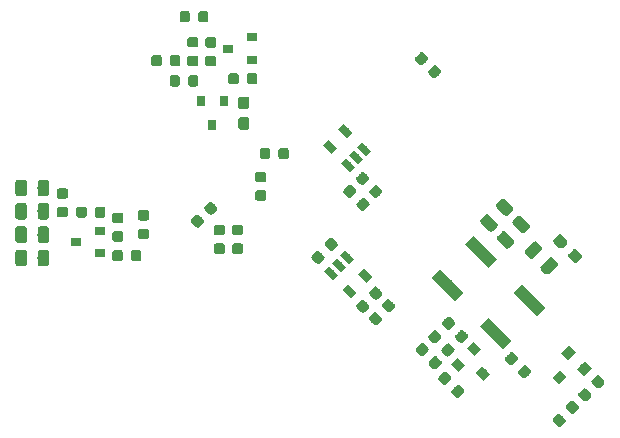
<source format=gbr>
G04 #@! TF.GenerationSoftware,KiCad,Pcbnew,5.1.2*
G04 #@! TF.CreationDate,2019-07-30T21:51:59-07:00*
G04 #@! TF.ProjectId,totoro,746f746f-726f-42e6-9b69-6361645f7063,rev?*
G04 #@! TF.SameCoordinates,Original*
G04 #@! TF.FileFunction,Paste,Bot*
G04 #@! TF.FilePolarity,Positive*
%FSLAX46Y46*%
G04 Gerber Fmt 4.6, Leading zero omitted, Abs format (unit mm)*
G04 Created by KiCad (PCBNEW 5.1.2) date 2019-07-30 21:51:59*
%MOMM*%
%LPD*%
G04 APERTURE LIST*
%ADD10C,0.100000*%
%ADD11C,0.875000*%
%ADD12C,0.975000*%
%ADD13C,0.950000*%
%ADD14C,1.000000*%
%ADD15R,0.900000X0.800000*%
%ADD16R,0.800000X0.900000*%
%ADD17C,0.800000*%
%ADD18C,0.650000*%
G04 APERTURE END LIST*
D10*
G36*
X144068760Y-99947779D02*
G01*
X144089995Y-99950929D01*
X144110819Y-99956145D01*
X144131031Y-99963377D01*
X144150437Y-99972556D01*
X144168850Y-99983592D01*
X144186093Y-99996380D01*
X144201999Y-100010796D01*
X144216415Y-100026702D01*
X144229203Y-100043945D01*
X144240239Y-100062358D01*
X144249418Y-100081764D01*
X144256650Y-100101976D01*
X144261866Y-100122800D01*
X144265016Y-100144035D01*
X144266069Y-100165476D01*
X144266069Y-100602976D01*
X144265016Y-100624417D01*
X144261866Y-100645652D01*
X144256650Y-100666476D01*
X144249418Y-100686688D01*
X144240239Y-100706094D01*
X144229203Y-100724507D01*
X144216415Y-100741750D01*
X144201999Y-100757656D01*
X144186093Y-100772072D01*
X144168850Y-100784860D01*
X144150437Y-100795896D01*
X144131031Y-100805075D01*
X144110819Y-100812307D01*
X144089995Y-100817523D01*
X144068760Y-100820673D01*
X144047319Y-100821726D01*
X143534819Y-100821726D01*
X143513378Y-100820673D01*
X143492143Y-100817523D01*
X143471319Y-100812307D01*
X143451107Y-100805075D01*
X143431701Y-100795896D01*
X143413288Y-100784860D01*
X143396045Y-100772072D01*
X143380139Y-100757656D01*
X143365723Y-100741750D01*
X143352935Y-100724507D01*
X143341899Y-100706094D01*
X143332720Y-100686688D01*
X143325488Y-100666476D01*
X143320272Y-100645652D01*
X143317122Y-100624417D01*
X143316069Y-100602976D01*
X143316069Y-100165476D01*
X143317122Y-100144035D01*
X143320272Y-100122800D01*
X143325488Y-100101976D01*
X143332720Y-100081764D01*
X143341899Y-100062358D01*
X143352935Y-100043945D01*
X143365723Y-100026702D01*
X143380139Y-100010796D01*
X143396045Y-99996380D01*
X143413288Y-99983592D01*
X143431701Y-99972556D01*
X143451107Y-99963377D01*
X143471319Y-99956145D01*
X143492143Y-99950929D01*
X143513378Y-99947779D01*
X143534819Y-99946726D01*
X144047319Y-99946726D01*
X144068760Y-99947779D01*
X144068760Y-99947779D01*
G37*
D11*
X143791069Y-100384226D03*
D10*
G36*
X144068760Y-101522779D02*
G01*
X144089995Y-101525929D01*
X144110819Y-101531145D01*
X144131031Y-101538377D01*
X144150437Y-101547556D01*
X144168850Y-101558592D01*
X144186093Y-101571380D01*
X144201999Y-101585796D01*
X144216415Y-101601702D01*
X144229203Y-101618945D01*
X144240239Y-101637358D01*
X144249418Y-101656764D01*
X144256650Y-101676976D01*
X144261866Y-101697800D01*
X144265016Y-101719035D01*
X144266069Y-101740476D01*
X144266069Y-102177976D01*
X144265016Y-102199417D01*
X144261866Y-102220652D01*
X144256650Y-102241476D01*
X144249418Y-102261688D01*
X144240239Y-102281094D01*
X144229203Y-102299507D01*
X144216415Y-102316750D01*
X144201999Y-102332656D01*
X144186093Y-102347072D01*
X144168850Y-102359860D01*
X144150437Y-102370896D01*
X144131031Y-102380075D01*
X144110819Y-102387307D01*
X144089995Y-102392523D01*
X144068760Y-102395673D01*
X144047319Y-102396726D01*
X143534819Y-102396726D01*
X143513378Y-102395673D01*
X143492143Y-102392523D01*
X143471319Y-102387307D01*
X143451107Y-102380075D01*
X143431701Y-102370896D01*
X143413288Y-102359860D01*
X143396045Y-102347072D01*
X143380139Y-102332656D01*
X143365723Y-102316750D01*
X143352935Y-102299507D01*
X143341899Y-102281094D01*
X143332720Y-102261688D01*
X143325488Y-102241476D01*
X143320272Y-102220652D01*
X143317122Y-102199417D01*
X143316069Y-102177976D01*
X143316069Y-101740476D01*
X143317122Y-101719035D01*
X143320272Y-101697800D01*
X143325488Y-101676976D01*
X143332720Y-101656764D01*
X143341899Y-101637358D01*
X143352935Y-101618945D01*
X143365723Y-101601702D01*
X143380139Y-101585796D01*
X143396045Y-101571380D01*
X143413288Y-101558592D01*
X143431701Y-101547556D01*
X143451107Y-101538377D01*
X143471319Y-101531145D01*
X143492143Y-101525929D01*
X143513378Y-101522779D01*
X143534819Y-101521726D01*
X144047319Y-101521726D01*
X144068760Y-101522779D01*
X144068760Y-101522779D01*
G37*
D11*
X143791069Y-101959226D03*
D10*
G36*
X137651907Y-100286191D02*
G01*
X137673142Y-100289341D01*
X137693966Y-100294557D01*
X137714178Y-100301789D01*
X137733584Y-100310968D01*
X137751997Y-100322004D01*
X137769240Y-100334792D01*
X137785146Y-100349208D01*
X137799562Y-100365114D01*
X137812350Y-100382357D01*
X137823386Y-100400770D01*
X137832565Y-100420176D01*
X137839797Y-100440388D01*
X137845013Y-100461212D01*
X137848163Y-100482447D01*
X137849216Y-100503888D01*
X137849216Y-100941388D01*
X137848163Y-100962829D01*
X137845013Y-100984064D01*
X137839797Y-101004888D01*
X137832565Y-101025100D01*
X137823386Y-101044506D01*
X137812350Y-101062919D01*
X137799562Y-101080162D01*
X137785146Y-101096068D01*
X137769240Y-101110484D01*
X137751997Y-101123272D01*
X137733584Y-101134308D01*
X137714178Y-101143487D01*
X137693966Y-101150719D01*
X137673142Y-101155935D01*
X137651907Y-101159085D01*
X137630466Y-101160138D01*
X137117966Y-101160138D01*
X137096525Y-101159085D01*
X137075290Y-101155935D01*
X137054466Y-101150719D01*
X137034254Y-101143487D01*
X137014848Y-101134308D01*
X136996435Y-101123272D01*
X136979192Y-101110484D01*
X136963286Y-101096068D01*
X136948870Y-101080162D01*
X136936082Y-101062919D01*
X136925046Y-101044506D01*
X136915867Y-101025100D01*
X136908635Y-101004888D01*
X136903419Y-100984064D01*
X136900269Y-100962829D01*
X136899216Y-100941388D01*
X136899216Y-100503888D01*
X136900269Y-100482447D01*
X136903419Y-100461212D01*
X136908635Y-100440388D01*
X136915867Y-100420176D01*
X136925046Y-100400770D01*
X136936082Y-100382357D01*
X136948870Y-100365114D01*
X136963286Y-100349208D01*
X136979192Y-100334792D01*
X136996435Y-100322004D01*
X137014848Y-100310968D01*
X137034254Y-100301789D01*
X137054466Y-100294557D01*
X137075290Y-100289341D01*
X137096525Y-100286191D01*
X137117966Y-100285138D01*
X137630466Y-100285138D01*
X137651907Y-100286191D01*
X137651907Y-100286191D01*
G37*
D11*
X137374216Y-100722638D03*
D10*
G36*
X137651907Y-98711191D02*
G01*
X137673142Y-98714341D01*
X137693966Y-98719557D01*
X137714178Y-98726789D01*
X137733584Y-98735968D01*
X137751997Y-98747004D01*
X137769240Y-98759792D01*
X137785146Y-98774208D01*
X137799562Y-98790114D01*
X137812350Y-98807357D01*
X137823386Y-98825770D01*
X137832565Y-98845176D01*
X137839797Y-98865388D01*
X137845013Y-98886212D01*
X137848163Y-98907447D01*
X137849216Y-98928888D01*
X137849216Y-99366388D01*
X137848163Y-99387829D01*
X137845013Y-99409064D01*
X137839797Y-99429888D01*
X137832565Y-99450100D01*
X137823386Y-99469506D01*
X137812350Y-99487919D01*
X137799562Y-99505162D01*
X137785146Y-99521068D01*
X137769240Y-99535484D01*
X137751997Y-99548272D01*
X137733584Y-99559308D01*
X137714178Y-99568487D01*
X137693966Y-99575719D01*
X137673142Y-99580935D01*
X137651907Y-99584085D01*
X137630466Y-99585138D01*
X137117966Y-99585138D01*
X137096525Y-99584085D01*
X137075290Y-99580935D01*
X137054466Y-99575719D01*
X137034254Y-99568487D01*
X137014848Y-99559308D01*
X136996435Y-99548272D01*
X136979192Y-99535484D01*
X136963286Y-99521068D01*
X136948870Y-99505162D01*
X136936082Y-99487919D01*
X136925046Y-99469506D01*
X136915867Y-99450100D01*
X136908635Y-99429888D01*
X136903419Y-99409064D01*
X136900269Y-99387829D01*
X136899216Y-99366388D01*
X136899216Y-98928888D01*
X136900269Y-98907447D01*
X136903419Y-98886212D01*
X136908635Y-98865388D01*
X136915867Y-98845176D01*
X136925046Y-98825770D01*
X136936082Y-98807357D01*
X136948870Y-98790114D01*
X136963286Y-98774208D01*
X136979192Y-98759792D01*
X136996435Y-98747004D01*
X137014848Y-98735968D01*
X137034254Y-98726789D01*
X137054466Y-98719557D01*
X137075290Y-98714341D01*
X137096525Y-98711191D01*
X137117966Y-98710138D01*
X137630466Y-98710138D01*
X137651907Y-98711191D01*
X137651907Y-98711191D01*
G37*
D11*
X137374216Y-99147638D03*
D10*
G36*
X143064042Y-97976190D02*
G01*
X143085277Y-97979340D01*
X143106101Y-97984556D01*
X143126313Y-97991788D01*
X143145719Y-98000967D01*
X143164132Y-98012003D01*
X143181375Y-98024791D01*
X143197281Y-98039207D01*
X143559674Y-98401600D01*
X143574090Y-98417506D01*
X143586878Y-98434749D01*
X143597914Y-98453162D01*
X143607093Y-98472568D01*
X143614325Y-98492780D01*
X143619541Y-98513604D01*
X143622691Y-98534839D01*
X143623744Y-98556280D01*
X143622691Y-98577721D01*
X143619541Y-98598956D01*
X143614325Y-98619780D01*
X143607093Y-98639992D01*
X143597914Y-98659398D01*
X143586878Y-98677811D01*
X143574090Y-98695054D01*
X143559674Y-98710960D01*
X143250315Y-99020319D01*
X143234409Y-99034735D01*
X143217166Y-99047523D01*
X143198753Y-99058559D01*
X143179347Y-99067738D01*
X143159135Y-99074970D01*
X143138311Y-99080186D01*
X143117076Y-99083336D01*
X143095635Y-99084389D01*
X143074194Y-99083336D01*
X143052959Y-99080186D01*
X143032135Y-99074970D01*
X143011923Y-99067738D01*
X142992517Y-99058559D01*
X142974104Y-99047523D01*
X142956861Y-99034735D01*
X142940955Y-99020319D01*
X142578562Y-98657926D01*
X142564146Y-98642020D01*
X142551358Y-98624777D01*
X142540322Y-98606364D01*
X142531143Y-98586958D01*
X142523911Y-98566746D01*
X142518695Y-98545922D01*
X142515545Y-98524687D01*
X142514492Y-98503246D01*
X142515545Y-98481805D01*
X142518695Y-98460570D01*
X142523911Y-98439746D01*
X142531143Y-98419534D01*
X142540322Y-98400128D01*
X142551358Y-98381715D01*
X142564146Y-98364472D01*
X142578562Y-98348566D01*
X142887921Y-98039207D01*
X142903827Y-98024791D01*
X142921070Y-98012003D01*
X142939483Y-98000967D01*
X142958889Y-97991788D01*
X142979101Y-97984556D01*
X142999925Y-97979340D01*
X143021160Y-97976190D01*
X143042601Y-97975137D01*
X143064042Y-97976190D01*
X143064042Y-97976190D01*
G37*
D11*
X143069118Y-98529763D03*
D10*
G36*
X141950348Y-99089884D02*
G01*
X141971583Y-99093034D01*
X141992407Y-99098250D01*
X142012619Y-99105482D01*
X142032025Y-99114661D01*
X142050438Y-99125697D01*
X142067681Y-99138485D01*
X142083587Y-99152901D01*
X142445980Y-99515294D01*
X142460396Y-99531200D01*
X142473184Y-99548443D01*
X142484220Y-99566856D01*
X142493399Y-99586262D01*
X142500631Y-99606474D01*
X142505847Y-99627298D01*
X142508997Y-99648533D01*
X142510050Y-99669974D01*
X142508997Y-99691415D01*
X142505847Y-99712650D01*
X142500631Y-99733474D01*
X142493399Y-99753686D01*
X142484220Y-99773092D01*
X142473184Y-99791505D01*
X142460396Y-99808748D01*
X142445980Y-99824654D01*
X142136621Y-100134013D01*
X142120715Y-100148429D01*
X142103472Y-100161217D01*
X142085059Y-100172253D01*
X142065653Y-100181432D01*
X142045441Y-100188664D01*
X142024617Y-100193880D01*
X142003382Y-100197030D01*
X141981941Y-100198083D01*
X141960500Y-100197030D01*
X141939265Y-100193880D01*
X141918441Y-100188664D01*
X141898229Y-100181432D01*
X141878823Y-100172253D01*
X141860410Y-100161217D01*
X141843167Y-100148429D01*
X141827261Y-100134013D01*
X141464868Y-99771620D01*
X141450452Y-99755714D01*
X141437664Y-99738471D01*
X141426628Y-99720058D01*
X141417449Y-99700652D01*
X141410217Y-99680440D01*
X141405001Y-99659616D01*
X141401851Y-99638381D01*
X141400798Y-99616940D01*
X141401851Y-99595499D01*
X141405001Y-99574264D01*
X141410217Y-99553440D01*
X141417449Y-99533228D01*
X141426628Y-99513822D01*
X141437664Y-99495409D01*
X141450452Y-99478166D01*
X141464868Y-99462260D01*
X141774227Y-99152901D01*
X141790133Y-99138485D01*
X141807376Y-99125697D01*
X141825789Y-99114661D01*
X141845195Y-99105482D01*
X141865407Y-99098250D01*
X141886231Y-99093034D01*
X141907466Y-99089884D01*
X141928907Y-99088831D01*
X141950348Y-99089884D01*
X141950348Y-99089884D01*
G37*
D11*
X141955424Y-99643457D03*
D10*
G36*
X162077220Y-86432673D02*
G01*
X162098455Y-86435823D01*
X162119279Y-86441039D01*
X162139491Y-86448271D01*
X162158897Y-86457450D01*
X162177310Y-86468486D01*
X162194553Y-86481274D01*
X162210459Y-86495690D01*
X162519818Y-86805049D01*
X162534234Y-86820955D01*
X162547022Y-86838198D01*
X162558058Y-86856611D01*
X162567237Y-86876017D01*
X162574469Y-86896229D01*
X162579685Y-86917053D01*
X162582835Y-86938288D01*
X162583888Y-86959729D01*
X162582835Y-86981170D01*
X162579685Y-87002405D01*
X162574469Y-87023229D01*
X162567237Y-87043441D01*
X162558058Y-87062847D01*
X162547022Y-87081260D01*
X162534234Y-87098503D01*
X162519818Y-87114409D01*
X162157425Y-87476802D01*
X162141519Y-87491218D01*
X162124276Y-87504006D01*
X162105863Y-87515042D01*
X162086457Y-87524221D01*
X162066245Y-87531453D01*
X162045421Y-87536669D01*
X162024186Y-87539819D01*
X162002745Y-87540872D01*
X161981304Y-87539819D01*
X161960069Y-87536669D01*
X161939245Y-87531453D01*
X161919033Y-87524221D01*
X161899627Y-87515042D01*
X161881214Y-87504006D01*
X161863971Y-87491218D01*
X161848065Y-87476802D01*
X161538706Y-87167443D01*
X161524290Y-87151537D01*
X161511502Y-87134294D01*
X161500466Y-87115881D01*
X161491287Y-87096475D01*
X161484055Y-87076263D01*
X161478839Y-87055439D01*
X161475689Y-87034204D01*
X161474636Y-87012763D01*
X161475689Y-86991322D01*
X161478839Y-86970087D01*
X161484055Y-86949263D01*
X161491287Y-86929051D01*
X161500466Y-86909645D01*
X161511502Y-86891232D01*
X161524290Y-86873989D01*
X161538706Y-86858083D01*
X161901099Y-86495690D01*
X161917005Y-86481274D01*
X161934248Y-86468486D01*
X161952661Y-86457450D01*
X161972067Y-86448271D01*
X161992279Y-86441039D01*
X162013103Y-86435823D01*
X162034338Y-86432673D01*
X162055779Y-86431620D01*
X162077220Y-86432673D01*
X162077220Y-86432673D01*
G37*
D11*
X162029262Y-86986246D03*
D10*
G36*
X160963526Y-85318979D02*
G01*
X160984761Y-85322129D01*
X161005585Y-85327345D01*
X161025797Y-85334577D01*
X161045203Y-85343756D01*
X161063616Y-85354792D01*
X161080859Y-85367580D01*
X161096765Y-85381996D01*
X161406124Y-85691355D01*
X161420540Y-85707261D01*
X161433328Y-85724504D01*
X161444364Y-85742917D01*
X161453543Y-85762323D01*
X161460775Y-85782535D01*
X161465991Y-85803359D01*
X161469141Y-85824594D01*
X161470194Y-85846035D01*
X161469141Y-85867476D01*
X161465991Y-85888711D01*
X161460775Y-85909535D01*
X161453543Y-85929747D01*
X161444364Y-85949153D01*
X161433328Y-85967566D01*
X161420540Y-85984809D01*
X161406124Y-86000715D01*
X161043731Y-86363108D01*
X161027825Y-86377524D01*
X161010582Y-86390312D01*
X160992169Y-86401348D01*
X160972763Y-86410527D01*
X160952551Y-86417759D01*
X160931727Y-86422975D01*
X160910492Y-86426125D01*
X160889051Y-86427178D01*
X160867610Y-86426125D01*
X160846375Y-86422975D01*
X160825551Y-86417759D01*
X160805339Y-86410527D01*
X160785933Y-86401348D01*
X160767520Y-86390312D01*
X160750277Y-86377524D01*
X160734371Y-86363108D01*
X160425012Y-86053749D01*
X160410596Y-86037843D01*
X160397808Y-86020600D01*
X160386772Y-86002187D01*
X160377593Y-85982781D01*
X160370361Y-85962569D01*
X160365145Y-85941745D01*
X160361995Y-85920510D01*
X160360942Y-85899069D01*
X160361995Y-85877628D01*
X160365145Y-85856393D01*
X160370361Y-85835569D01*
X160377593Y-85815357D01*
X160386772Y-85795951D01*
X160397808Y-85777538D01*
X160410596Y-85760295D01*
X160425012Y-85744389D01*
X160787405Y-85381996D01*
X160803311Y-85367580D01*
X160820554Y-85354792D01*
X160838967Y-85343756D01*
X160858373Y-85334577D01*
X160878585Y-85327345D01*
X160899409Y-85322129D01*
X160920644Y-85318979D01*
X160942085Y-85317926D01*
X160963526Y-85318979D01*
X160963526Y-85318979D01*
G37*
D11*
X160915568Y-85872552D03*
D10*
G36*
X147579687Y-95458500D02*
G01*
X147600922Y-95461650D01*
X147621746Y-95466866D01*
X147641958Y-95474098D01*
X147661364Y-95483277D01*
X147679777Y-95494313D01*
X147697020Y-95507101D01*
X147712926Y-95521517D01*
X147727342Y-95537423D01*
X147740130Y-95554666D01*
X147751166Y-95573079D01*
X147760345Y-95592485D01*
X147767577Y-95612697D01*
X147772793Y-95633521D01*
X147775943Y-95654756D01*
X147776996Y-95676197D01*
X147776996Y-96113697D01*
X147775943Y-96135138D01*
X147772793Y-96156373D01*
X147767577Y-96177197D01*
X147760345Y-96197409D01*
X147751166Y-96216815D01*
X147740130Y-96235228D01*
X147727342Y-96252471D01*
X147712926Y-96268377D01*
X147697020Y-96282793D01*
X147679777Y-96295581D01*
X147661364Y-96306617D01*
X147641958Y-96315796D01*
X147621746Y-96323028D01*
X147600922Y-96328244D01*
X147579687Y-96331394D01*
X147558246Y-96332447D01*
X147045746Y-96332447D01*
X147024305Y-96331394D01*
X147003070Y-96328244D01*
X146982246Y-96323028D01*
X146962034Y-96315796D01*
X146942628Y-96306617D01*
X146924215Y-96295581D01*
X146906972Y-96282793D01*
X146891066Y-96268377D01*
X146876650Y-96252471D01*
X146863862Y-96235228D01*
X146852826Y-96216815D01*
X146843647Y-96197409D01*
X146836415Y-96177197D01*
X146831199Y-96156373D01*
X146828049Y-96135138D01*
X146826996Y-96113697D01*
X146826996Y-95676197D01*
X146828049Y-95654756D01*
X146831199Y-95633521D01*
X146836415Y-95612697D01*
X146843647Y-95592485D01*
X146852826Y-95573079D01*
X146863862Y-95554666D01*
X146876650Y-95537423D01*
X146891066Y-95521517D01*
X146906972Y-95507101D01*
X146924215Y-95494313D01*
X146942628Y-95483277D01*
X146962034Y-95474098D01*
X146982246Y-95466866D01*
X147003070Y-95461650D01*
X147024305Y-95458500D01*
X147045746Y-95457447D01*
X147558246Y-95457447D01*
X147579687Y-95458500D01*
X147579687Y-95458500D01*
G37*
D11*
X147301996Y-95894947D03*
D10*
G36*
X147579687Y-97033500D02*
G01*
X147600922Y-97036650D01*
X147621746Y-97041866D01*
X147641958Y-97049098D01*
X147661364Y-97058277D01*
X147679777Y-97069313D01*
X147697020Y-97082101D01*
X147712926Y-97096517D01*
X147727342Y-97112423D01*
X147740130Y-97129666D01*
X147751166Y-97148079D01*
X147760345Y-97167485D01*
X147767577Y-97187697D01*
X147772793Y-97208521D01*
X147775943Y-97229756D01*
X147776996Y-97251197D01*
X147776996Y-97688697D01*
X147775943Y-97710138D01*
X147772793Y-97731373D01*
X147767577Y-97752197D01*
X147760345Y-97772409D01*
X147751166Y-97791815D01*
X147740130Y-97810228D01*
X147727342Y-97827471D01*
X147712926Y-97843377D01*
X147697020Y-97857793D01*
X147679777Y-97870581D01*
X147661364Y-97881617D01*
X147641958Y-97890796D01*
X147621746Y-97898028D01*
X147600922Y-97903244D01*
X147579687Y-97906394D01*
X147558246Y-97907447D01*
X147045746Y-97907447D01*
X147024305Y-97906394D01*
X147003070Y-97903244D01*
X146982246Y-97898028D01*
X146962034Y-97890796D01*
X146942628Y-97881617D01*
X146924215Y-97870581D01*
X146906972Y-97857793D01*
X146891066Y-97843377D01*
X146876650Y-97827471D01*
X146863862Y-97810228D01*
X146852826Y-97791815D01*
X146843647Y-97772409D01*
X146836415Y-97752197D01*
X146831199Y-97731373D01*
X146828049Y-97710138D01*
X146826996Y-97688697D01*
X146826996Y-97251197D01*
X146828049Y-97229756D01*
X146831199Y-97208521D01*
X146836415Y-97187697D01*
X146843647Y-97167485D01*
X146852826Y-97148079D01*
X146863862Y-97129666D01*
X146876650Y-97112423D01*
X146891066Y-97096517D01*
X146906972Y-97082101D01*
X146924215Y-97069313D01*
X146942628Y-97058277D01*
X146962034Y-97049098D01*
X146982246Y-97041866D01*
X147003070Y-97036650D01*
X147024305Y-97033500D01*
X147045746Y-97032447D01*
X147558246Y-97032447D01*
X147579687Y-97033500D01*
X147579687Y-97033500D01*
G37*
D11*
X147301996Y-97469947D03*
D10*
G36*
X140256375Y-87291883D02*
G01*
X140277610Y-87295033D01*
X140298434Y-87300249D01*
X140318646Y-87307481D01*
X140338052Y-87316660D01*
X140356465Y-87327696D01*
X140373708Y-87340484D01*
X140389614Y-87354900D01*
X140404030Y-87370806D01*
X140416818Y-87388049D01*
X140427854Y-87406462D01*
X140437033Y-87425868D01*
X140444265Y-87446080D01*
X140449481Y-87466904D01*
X140452631Y-87488139D01*
X140453684Y-87509580D01*
X140453684Y-88022080D01*
X140452631Y-88043521D01*
X140449481Y-88064756D01*
X140444265Y-88085580D01*
X140437033Y-88105792D01*
X140427854Y-88125198D01*
X140416818Y-88143611D01*
X140404030Y-88160854D01*
X140389614Y-88176760D01*
X140373708Y-88191176D01*
X140356465Y-88203964D01*
X140338052Y-88215000D01*
X140318646Y-88224179D01*
X140298434Y-88231411D01*
X140277610Y-88236627D01*
X140256375Y-88239777D01*
X140234934Y-88240830D01*
X139797434Y-88240830D01*
X139775993Y-88239777D01*
X139754758Y-88236627D01*
X139733934Y-88231411D01*
X139713722Y-88224179D01*
X139694316Y-88215000D01*
X139675903Y-88203964D01*
X139658660Y-88191176D01*
X139642754Y-88176760D01*
X139628338Y-88160854D01*
X139615550Y-88143611D01*
X139604514Y-88125198D01*
X139595335Y-88105792D01*
X139588103Y-88085580D01*
X139582887Y-88064756D01*
X139579737Y-88043521D01*
X139578684Y-88022080D01*
X139578684Y-87509580D01*
X139579737Y-87488139D01*
X139582887Y-87466904D01*
X139588103Y-87446080D01*
X139595335Y-87425868D01*
X139604514Y-87406462D01*
X139615550Y-87388049D01*
X139628338Y-87370806D01*
X139642754Y-87354900D01*
X139658660Y-87340484D01*
X139675903Y-87327696D01*
X139694316Y-87316660D01*
X139713722Y-87307481D01*
X139733934Y-87300249D01*
X139754758Y-87295033D01*
X139775993Y-87291883D01*
X139797434Y-87290830D01*
X140234934Y-87290830D01*
X140256375Y-87291883D01*
X140256375Y-87291883D01*
G37*
D11*
X140016184Y-87765830D03*
D10*
G36*
X141831375Y-87291883D02*
G01*
X141852610Y-87295033D01*
X141873434Y-87300249D01*
X141893646Y-87307481D01*
X141913052Y-87316660D01*
X141931465Y-87327696D01*
X141948708Y-87340484D01*
X141964614Y-87354900D01*
X141979030Y-87370806D01*
X141991818Y-87388049D01*
X142002854Y-87406462D01*
X142012033Y-87425868D01*
X142019265Y-87446080D01*
X142024481Y-87466904D01*
X142027631Y-87488139D01*
X142028684Y-87509580D01*
X142028684Y-88022080D01*
X142027631Y-88043521D01*
X142024481Y-88064756D01*
X142019265Y-88085580D01*
X142012033Y-88105792D01*
X142002854Y-88125198D01*
X141991818Y-88143611D01*
X141979030Y-88160854D01*
X141964614Y-88176760D01*
X141948708Y-88191176D01*
X141931465Y-88203964D01*
X141913052Y-88215000D01*
X141893646Y-88224179D01*
X141873434Y-88231411D01*
X141852610Y-88236627D01*
X141831375Y-88239777D01*
X141809934Y-88240830D01*
X141372434Y-88240830D01*
X141350993Y-88239777D01*
X141329758Y-88236627D01*
X141308934Y-88231411D01*
X141288722Y-88224179D01*
X141269316Y-88215000D01*
X141250903Y-88203964D01*
X141233660Y-88191176D01*
X141217754Y-88176760D01*
X141203338Y-88160854D01*
X141190550Y-88143611D01*
X141179514Y-88125198D01*
X141170335Y-88105792D01*
X141163103Y-88085580D01*
X141157887Y-88064756D01*
X141154737Y-88043521D01*
X141153684Y-88022080D01*
X141153684Y-87509580D01*
X141154737Y-87488139D01*
X141157887Y-87466904D01*
X141163103Y-87446080D01*
X141170335Y-87425868D01*
X141179514Y-87406462D01*
X141190550Y-87388049D01*
X141203338Y-87370806D01*
X141217754Y-87354900D01*
X141233660Y-87340484D01*
X141250903Y-87327696D01*
X141269316Y-87316660D01*
X141288722Y-87307481D01*
X141308934Y-87300249D01*
X141329758Y-87295033D01*
X141350993Y-87291883D01*
X141372434Y-87290830D01*
X141809934Y-87290830D01*
X141831375Y-87291883D01*
X141831375Y-87291883D01*
G37*
D11*
X141591184Y-87765830D03*
D10*
G36*
X142679903Y-81861303D02*
G01*
X142701138Y-81864453D01*
X142721962Y-81869669D01*
X142742174Y-81876901D01*
X142761580Y-81886080D01*
X142779993Y-81897116D01*
X142797236Y-81909904D01*
X142813142Y-81924320D01*
X142827558Y-81940226D01*
X142840346Y-81957469D01*
X142851382Y-81975882D01*
X142860561Y-81995288D01*
X142867793Y-82015500D01*
X142873009Y-82036324D01*
X142876159Y-82057559D01*
X142877212Y-82079000D01*
X142877212Y-82591500D01*
X142876159Y-82612941D01*
X142873009Y-82634176D01*
X142867793Y-82655000D01*
X142860561Y-82675212D01*
X142851382Y-82694618D01*
X142840346Y-82713031D01*
X142827558Y-82730274D01*
X142813142Y-82746180D01*
X142797236Y-82760596D01*
X142779993Y-82773384D01*
X142761580Y-82784420D01*
X142742174Y-82793599D01*
X142721962Y-82800831D01*
X142701138Y-82806047D01*
X142679903Y-82809197D01*
X142658462Y-82810250D01*
X142220962Y-82810250D01*
X142199521Y-82809197D01*
X142178286Y-82806047D01*
X142157462Y-82800831D01*
X142137250Y-82793599D01*
X142117844Y-82784420D01*
X142099431Y-82773384D01*
X142082188Y-82760596D01*
X142066282Y-82746180D01*
X142051866Y-82730274D01*
X142039078Y-82713031D01*
X142028042Y-82694618D01*
X142018863Y-82675212D01*
X142011631Y-82655000D01*
X142006415Y-82634176D01*
X142003265Y-82612941D01*
X142002212Y-82591500D01*
X142002212Y-82079000D01*
X142003265Y-82057559D01*
X142006415Y-82036324D01*
X142011631Y-82015500D01*
X142018863Y-81995288D01*
X142028042Y-81975882D01*
X142039078Y-81957469D01*
X142051866Y-81940226D01*
X142066282Y-81924320D01*
X142082188Y-81909904D01*
X142099431Y-81897116D01*
X142117844Y-81886080D01*
X142137250Y-81876901D01*
X142157462Y-81869669D01*
X142178286Y-81864453D01*
X142199521Y-81861303D01*
X142220962Y-81860250D01*
X142658462Y-81860250D01*
X142679903Y-81861303D01*
X142679903Y-81861303D01*
G37*
D11*
X142439712Y-82335250D03*
D10*
G36*
X141104903Y-81861303D02*
G01*
X141126138Y-81864453D01*
X141146962Y-81869669D01*
X141167174Y-81876901D01*
X141186580Y-81886080D01*
X141204993Y-81897116D01*
X141222236Y-81909904D01*
X141238142Y-81924320D01*
X141252558Y-81940226D01*
X141265346Y-81957469D01*
X141276382Y-81975882D01*
X141285561Y-81995288D01*
X141292793Y-82015500D01*
X141298009Y-82036324D01*
X141301159Y-82057559D01*
X141302212Y-82079000D01*
X141302212Y-82591500D01*
X141301159Y-82612941D01*
X141298009Y-82634176D01*
X141292793Y-82655000D01*
X141285561Y-82675212D01*
X141276382Y-82694618D01*
X141265346Y-82713031D01*
X141252558Y-82730274D01*
X141238142Y-82746180D01*
X141222236Y-82760596D01*
X141204993Y-82773384D01*
X141186580Y-82784420D01*
X141167174Y-82793599D01*
X141146962Y-82800831D01*
X141126138Y-82806047D01*
X141104903Y-82809197D01*
X141083462Y-82810250D01*
X140645962Y-82810250D01*
X140624521Y-82809197D01*
X140603286Y-82806047D01*
X140582462Y-82800831D01*
X140562250Y-82793599D01*
X140542844Y-82784420D01*
X140524431Y-82773384D01*
X140507188Y-82760596D01*
X140491282Y-82746180D01*
X140476866Y-82730274D01*
X140464078Y-82713031D01*
X140453042Y-82694618D01*
X140443863Y-82675212D01*
X140436631Y-82655000D01*
X140431415Y-82634176D01*
X140428265Y-82612941D01*
X140427212Y-82591500D01*
X140427212Y-82079000D01*
X140428265Y-82057559D01*
X140431415Y-82036324D01*
X140436631Y-82015500D01*
X140443863Y-81995288D01*
X140453042Y-81975882D01*
X140464078Y-81957469D01*
X140476866Y-81940226D01*
X140491282Y-81924320D01*
X140507188Y-81909904D01*
X140524431Y-81897116D01*
X140542844Y-81886080D01*
X140562250Y-81876901D01*
X140582462Y-81869669D01*
X140603286Y-81864453D01*
X140624521Y-81861303D01*
X140645962Y-81860250D01*
X141083462Y-81860250D01*
X141104903Y-81861303D01*
X141104903Y-81861303D01*
G37*
D11*
X140864712Y-82335250D03*
D10*
G36*
X127280039Y-96126456D02*
G01*
X127303700Y-96129966D01*
X127326904Y-96135778D01*
X127349426Y-96143836D01*
X127371050Y-96154064D01*
X127391567Y-96166361D01*
X127410780Y-96180611D01*
X127428504Y-96196675D01*
X127444568Y-96214399D01*
X127458818Y-96233612D01*
X127471115Y-96254129D01*
X127481343Y-96275753D01*
X127489401Y-96298275D01*
X127495213Y-96321479D01*
X127498723Y-96345140D01*
X127499897Y-96369032D01*
X127499897Y-97281532D01*
X127498723Y-97305424D01*
X127495213Y-97329085D01*
X127489401Y-97352289D01*
X127481343Y-97374811D01*
X127471115Y-97396435D01*
X127458818Y-97416952D01*
X127444568Y-97436165D01*
X127428504Y-97453889D01*
X127410780Y-97469953D01*
X127391567Y-97484203D01*
X127371050Y-97496500D01*
X127349426Y-97506728D01*
X127326904Y-97514786D01*
X127303700Y-97520598D01*
X127280039Y-97524108D01*
X127256147Y-97525282D01*
X126768647Y-97525282D01*
X126744755Y-97524108D01*
X126721094Y-97520598D01*
X126697890Y-97514786D01*
X126675368Y-97506728D01*
X126653744Y-97496500D01*
X126633227Y-97484203D01*
X126614014Y-97469953D01*
X126596290Y-97453889D01*
X126580226Y-97436165D01*
X126565976Y-97416952D01*
X126553679Y-97396435D01*
X126543451Y-97374811D01*
X126535393Y-97352289D01*
X126529581Y-97329085D01*
X126526071Y-97305424D01*
X126524897Y-97281532D01*
X126524897Y-96369032D01*
X126526071Y-96345140D01*
X126529581Y-96321479D01*
X126535393Y-96298275D01*
X126543451Y-96275753D01*
X126553679Y-96254129D01*
X126565976Y-96233612D01*
X126580226Y-96214399D01*
X126596290Y-96196675D01*
X126614014Y-96180611D01*
X126633227Y-96166361D01*
X126653744Y-96154064D01*
X126675368Y-96143836D01*
X126697890Y-96135778D01*
X126721094Y-96129966D01*
X126744755Y-96126456D01*
X126768647Y-96125282D01*
X127256147Y-96125282D01*
X127280039Y-96126456D01*
X127280039Y-96126456D01*
G37*
D12*
X127012397Y-96825282D03*
D10*
G36*
X129155039Y-96126456D02*
G01*
X129178700Y-96129966D01*
X129201904Y-96135778D01*
X129224426Y-96143836D01*
X129246050Y-96154064D01*
X129266567Y-96166361D01*
X129285780Y-96180611D01*
X129303504Y-96196675D01*
X129319568Y-96214399D01*
X129333818Y-96233612D01*
X129346115Y-96254129D01*
X129356343Y-96275753D01*
X129364401Y-96298275D01*
X129370213Y-96321479D01*
X129373723Y-96345140D01*
X129374897Y-96369032D01*
X129374897Y-97281532D01*
X129373723Y-97305424D01*
X129370213Y-97329085D01*
X129364401Y-97352289D01*
X129356343Y-97374811D01*
X129346115Y-97396435D01*
X129333818Y-97416952D01*
X129319568Y-97436165D01*
X129303504Y-97453889D01*
X129285780Y-97469953D01*
X129266567Y-97484203D01*
X129246050Y-97496500D01*
X129224426Y-97506728D01*
X129201904Y-97514786D01*
X129178700Y-97520598D01*
X129155039Y-97524108D01*
X129131147Y-97525282D01*
X128643647Y-97525282D01*
X128619755Y-97524108D01*
X128596094Y-97520598D01*
X128572890Y-97514786D01*
X128550368Y-97506728D01*
X128528744Y-97496500D01*
X128508227Y-97484203D01*
X128489014Y-97469953D01*
X128471290Y-97453889D01*
X128455226Y-97436165D01*
X128440976Y-97416952D01*
X128428679Y-97396435D01*
X128418451Y-97374811D01*
X128410393Y-97352289D01*
X128404581Y-97329085D01*
X128401071Y-97305424D01*
X128399897Y-97281532D01*
X128399897Y-96369032D01*
X128401071Y-96345140D01*
X128404581Y-96321479D01*
X128410393Y-96298275D01*
X128418451Y-96275753D01*
X128428679Y-96254129D01*
X128440976Y-96233612D01*
X128455226Y-96214399D01*
X128471290Y-96196675D01*
X128489014Y-96180611D01*
X128508227Y-96166361D01*
X128528744Y-96154064D01*
X128550368Y-96143836D01*
X128572890Y-96135778D01*
X128596094Y-96129966D01*
X128619755Y-96126456D01*
X128643647Y-96125282D01*
X129131147Y-96125282D01*
X129155039Y-96126456D01*
X129155039Y-96126456D01*
G37*
D12*
X128887397Y-96825282D03*
D10*
G36*
X162086836Y-108879918D02*
G01*
X162108071Y-108883068D01*
X162128895Y-108888284D01*
X162149107Y-108895516D01*
X162168513Y-108904695D01*
X162186926Y-108915731D01*
X162204169Y-108928519D01*
X162220075Y-108942935D01*
X162529434Y-109252294D01*
X162543850Y-109268200D01*
X162556638Y-109285443D01*
X162567674Y-109303856D01*
X162576853Y-109323262D01*
X162584085Y-109343474D01*
X162589301Y-109364298D01*
X162592451Y-109385533D01*
X162593504Y-109406974D01*
X162592451Y-109428415D01*
X162589301Y-109449650D01*
X162584085Y-109470474D01*
X162576853Y-109490686D01*
X162567674Y-109510092D01*
X162556638Y-109528505D01*
X162543850Y-109545748D01*
X162529434Y-109561654D01*
X162167041Y-109924047D01*
X162151135Y-109938463D01*
X162133892Y-109951251D01*
X162115479Y-109962287D01*
X162096073Y-109971466D01*
X162075861Y-109978698D01*
X162055037Y-109983914D01*
X162033802Y-109987064D01*
X162012361Y-109988117D01*
X161990920Y-109987064D01*
X161969685Y-109983914D01*
X161948861Y-109978698D01*
X161928649Y-109971466D01*
X161909243Y-109962287D01*
X161890830Y-109951251D01*
X161873587Y-109938463D01*
X161857681Y-109924047D01*
X161548322Y-109614688D01*
X161533906Y-109598782D01*
X161521118Y-109581539D01*
X161510082Y-109563126D01*
X161500903Y-109543720D01*
X161493671Y-109523508D01*
X161488455Y-109502684D01*
X161485305Y-109481449D01*
X161484252Y-109460008D01*
X161485305Y-109438567D01*
X161488455Y-109417332D01*
X161493671Y-109396508D01*
X161500903Y-109376296D01*
X161510082Y-109356890D01*
X161521118Y-109338477D01*
X161533906Y-109321234D01*
X161548322Y-109305328D01*
X161910715Y-108942935D01*
X161926621Y-108928519D01*
X161943864Y-108915731D01*
X161962277Y-108904695D01*
X161981683Y-108895516D01*
X162001895Y-108888284D01*
X162022719Y-108883068D01*
X162043954Y-108879918D01*
X162065395Y-108878865D01*
X162086836Y-108879918D01*
X162086836Y-108879918D01*
G37*
D11*
X162038878Y-109433491D03*
D10*
G36*
X163200530Y-109993612D02*
G01*
X163221765Y-109996762D01*
X163242589Y-110001978D01*
X163262801Y-110009210D01*
X163282207Y-110018389D01*
X163300620Y-110029425D01*
X163317863Y-110042213D01*
X163333769Y-110056629D01*
X163643128Y-110365988D01*
X163657544Y-110381894D01*
X163670332Y-110399137D01*
X163681368Y-110417550D01*
X163690547Y-110436956D01*
X163697779Y-110457168D01*
X163702995Y-110477992D01*
X163706145Y-110499227D01*
X163707198Y-110520668D01*
X163706145Y-110542109D01*
X163702995Y-110563344D01*
X163697779Y-110584168D01*
X163690547Y-110604380D01*
X163681368Y-110623786D01*
X163670332Y-110642199D01*
X163657544Y-110659442D01*
X163643128Y-110675348D01*
X163280735Y-111037741D01*
X163264829Y-111052157D01*
X163247586Y-111064945D01*
X163229173Y-111075981D01*
X163209767Y-111085160D01*
X163189555Y-111092392D01*
X163168731Y-111097608D01*
X163147496Y-111100758D01*
X163126055Y-111101811D01*
X163104614Y-111100758D01*
X163083379Y-111097608D01*
X163062555Y-111092392D01*
X163042343Y-111085160D01*
X163022937Y-111075981D01*
X163004524Y-111064945D01*
X162987281Y-111052157D01*
X162971375Y-111037741D01*
X162662016Y-110728382D01*
X162647600Y-110712476D01*
X162634812Y-110695233D01*
X162623776Y-110676820D01*
X162614597Y-110657414D01*
X162607365Y-110637202D01*
X162602149Y-110616378D01*
X162598999Y-110595143D01*
X162597946Y-110573702D01*
X162598999Y-110552261D01*
X162602149Y-110531026D01*
X162607365Y-110510202D01*
X162614597Y-110489990D01*
X162623776Y-110470584D01*
X162634812Y-110452171D01*
X162647600Y-110434928D01*
X162662016Y-110419022D01*
X163024409Y-110056629D01*
X163040315Y-110042213D01*
X163057558Y-110029425D01*
X163075971Y-110018389D01*
X163095377Y-110009210D01*
X163115589Y-110001978D01*
X163136413Y-109996762D01*
X163157648Y-109993612D01*
X163179089Y-109992559D01*
X163200530Y-109993612D01*
X163200530Y-109993612D01*
G37*
D11*
X163152572Y-110547185D03*
D10*
G36*
X146131478Y-89092317D02*
G01*
X146154533Y-89095736D01*
X146177142Y-89101400D01*
X146199086Y-89109252D01*
X146220156Y-89119217D01*
X146240147Y-89131199D01*
X146258867Y-89145083D01*
X146276137Y-89160735D01*
X146291789Y-89178005D01*
X146305673Y-89196725D01*
X146317655Y-89216716D01*
X146327620Y-89237786D01*
X146335472Y-89259730D01*
X146341136Y-89282339D01*
X146344555Y-89305394D01*
X146345699Y-89328673D01*
X146345699Y-89903673D01*
X146344555Y-89926952D01*
X146341136Y-89950007D01*
X146335472Y-89972616D01*
X146327620Y-89994560D01*
X146317655Y-90015630D01*
X146305673Y-90035621D01*
X146291789Y-90054341D01*
X146276137Y-90071611D01*
X146258867Y-90087263D01*
X146240147Y-90101147D01*
X146220156Y-90113129D01*
X146199086Y-90123094D01*
X146177142Y-90130946D01*
X146154533Y-90136610D01*
X146131478Y-90140029D01*
X146108199Y-90141173D01*
X145633199Y-90141173D01*
X145609920Y-90140029D01*
X145586865Y-90136610D01*
X145564256Y-90130946D01*
X145542312Y-90123094D01*
X145521242Y-90113129D01*
X145501251Y-90101147D01*
X145482531Y-90087263D01*
X145465261Y-90071611D01*
X145449609Y-90054341D01*
X145435725Y-90035621D01*
X145423743Y-90015630D01*
X145413778Y-89994560D01*
X145405926Y-89972616D01*
X145400262Y-89950007D01*
X145396843Y-89926952D01*
X145395699Y-89903673D01*
X145395699Y-89328673D01*
X145396843Y-89305394D01*
X145400262Y-89282339D01*
X145405926Y-89259730D01*
X145413778Y-89237786D01*
X145423743Y-89216716D01*
X145435725Y-89196725D01*
X145449609Y-89178005D01*
X145465261Y-89160735D01*
X145482531Y-89145083D01*
X145501251Y-89131199D01*
X145521242Y-89119217D01*
X145542312Y-89109252D01*
X145564256Y-89101400D01*
X145586865Y-89095736D01*
X145609920Y-89092317D01*
X145633199Y-89091173D01*
X146108199Y-89091173D01*
X146131478Y-89092317D01*
X146131478Y-89092317D01*
G37*
D13*
X145870699Y-89616173D03*
D10*
G36*
X146131478Y-90842317D02*
G01*
X146154533Y-90845736D01*
X146177142Y-90851400D01*
X146199086Y-90859252D01*
X146220156Y-90869217D01*
X146240147Y-90881199D01*
X146258867Y-90895083D01*
X146276137Y-90910735D01*
X146291789Y-90928005D01*
X146305673Y-90946725D01*
X146317655Y-90966716D01*
X146327620Y-90987786D01*
X146335472Y-91009730D01*
X146341136Y-91032339D01*
X146344555Y-91055394D01*
X146345699Y-91078673D01*
X146345699Y-91653673D01*
X146344555Y-91676952D01*
X146341136Y-91700007D01*
X146335472Y-91722616D01*
X146327620Y-91744560D01*
X146317655Y-91765630D01*
X146305673Y-91785621D01*
X146291789Y-91804341D01*
X146276137Y-91821611D01*
X146258867Y-91837263D01*
X146240147Y-91851147D01*
X146220156Y-91863129D01*
X146199086Y-91873094D01*
X146177142Y-91880946D01*
X146154533Y-91886610D01*
X146131478Y-91890029D01*
X146108199Y-91891173D01*
X145633199Y-91891173D01*
X145609920Y-91890029D01*
X145586865Y-91886610D01*
X145564256Y-91880946D01*
X145542312Y-91873094D01*
X145521242Y-91863129D01*
X145501251Y-91851147D01*
X145482531Y-91837263D01*
X145465261Y-91821611D01*
X145449609Y-91804341D01*
X145435725Y-91785621D01*
X145423743Y-91765630D01*
X145413778Y-91744560D01*
X145405926Y-91722616D01*
X145400262Y-91700007D01*
X145396843Y-91676952D01*
X145395699Y-91653673D01*
X145395699Y-91078673D01*
X145396843Y-91055394D01*
X145400262Y-91032339D01*
X145405926Y-91009730D01*
X145413778Y-90987786D01*
X145423743Y-90966716D01*
X145435725Y-90946725D01*
X145449609Y-90928005D01*
X145465261Y-90910735D01*
X145482531Y-90895083D01*
X145501251Y-90881199D01*
X145521242Y-90869217D01*
X145542312Y-90859252D01*
X145564256Y-90851400D01*
X145586865Y-90845736D01*
X145609920Y-90842317D01*
X145633199Y-90841173D01*
X146108199Y-90841173D01*
X146131478Y-90842317D01*
X146131478Y-90842317D01*
G37*
D13*
X145870699Y-91366173D03*
D10*
G36*
X173888872Y-101973120D02*
G01*
X173911927Y-101976539D01*
X173934536Y-101982203D01*
X173956480Y-101990055D01*
X173977550Y-102000020D01*
X173997541Y-102012002D01*
X174016261Y-102025886D01*
X174033531Y-102041538D01*
X174440117Y-102448124D01*
X174455769Y-102465394D01*
X174469653Y-102484114D01*
X174481635Y-102504105D01*
X174491600Y-102525175D01*
X174499452Y-102547119D01*
X174505116Y-102569728D01*
X174508535Y-102592783D01*
X174509679Y-102616062D01*
X174508535Y-102639341D01*
X174505116Y-102662396D01*
X174499452Y-102685005D01*
X174491600Y-102706949D01*
X174481635Y-102728019D01*
X174469653Y-102748010D01*
X174455769Y-102766730D01*
X174440117Y-102784000D01*
X174104241Y-103119876D01*
X174086971Y-103135528D01*
X174068251Y-103149412D01*
X174048260Y-103161394D01*
X174027190Y-103171359D01*
X174005246Y-103179211D01*
X173982637Y-103184875D01*
X173959582Y-103188294D01*
X173936303Y-103189438D01*
X173913024Y-103188294D01*
X173889969Y-103184875D01*
X173867360Y-103179211D01*
X173845416Y-103171359D01*
X173824346Y-103161394D01*
X173804355Y-103149412D01*
X173785635Y-103135528D01*
X173768365Y-103119876D01*
X173361779Y-102713290D01*
X173346127Y-102696020D01*
X173332243Y-102677300D01*
X173320261Y-102657309D01*
X173310296Y-102636239D01*
X173302444Y-102614295D01*
X173296780Y-102591686D01*
X173293361Y-102568631D01*
X173292217Y-102545352D01*
X173293361Y-102522073D01*
X173296780Y-102499018D01*
X173302444Y-102476409D01*
X173310296Y-102454465D01*
X173320261Y-102433395D01*
X173332243Y-102413404D01*
X173346127Y-102394684D01*
X173361779Y-102377414D01*
X173697655Y-102041538D01*
X173714925Y-102025886D01*
X173733645Y-102012002D01*
X173753636Y-102000020D01*
X173774706Y-101990055D01*
X173796650Y-101982203D01*
X173819259Y-101976539D01*
X173842314Y-101973120D01*
X173865593Y-101971976D01*
X173888872Y-101973120D01*
X173888872Y-101973120D01*
G37*
D13*
X173900948Y-102580707D03*
D10*
G36*
X172651436Y-100735684D02*
G01*
X172674491Y-100739103D01*
X172697100Y-100744767D01*
X172719044Y-100752619D01*
X172740114Y-100762584D01*
X172760105Y-100774566D01*
X172778825Y-100788450D01*
X172796095Y-100804102D01*
X173202681Y-101210688D01*
X173218333Y-101227958D01*
X173232217Y-101246678D01*
X173244199Y-101266669D01*
X173254164Y-101287739D01*
X173262016Y-101309683D01*
X173267680Y-101332292D01*
X173271099Y-101355347D01*
X173272243Y-101378626D01*
X173271099Y-101401905D01*
X173267680Y-101424960D01*
X173262016Y-101447569D01*
X173254164Y-101469513D01*
X173244199Y-101490583D01*
X173232217Y-101510574D01*
X173218333Y-101529294D01*
X173202681Y-101546564D01*
X172866805Y-101882440D01*
X172849535Y-101898092D01*
X172830815Y-101911976D01*
X172810824Y-101923958D01*
X172789754Y-101933923D01*
X172767810Y-101941775D01*
X172745201Y-101947439D01*
X172722146Y-101950858D01*
X172698867Y-101952002D01*
X172675588Y-101950858D01*
X172652533Y-101947439D01*
X172629924Y-101941775D01*
X172607980Y-101933923D01*
X172586910Y-101923958D01*
X172566919Y-101911976D01*
X172548199Y-101898092D01*
X172530929Y-101882440D01*
X172124343Y-101475854D01*
X172108691Y-101458584D01*
X172094807Y-101439864D01*
X172082825Y-101419873D01*
X172072860Y-101398803D01*
X172065008Y-101376859D01*
X172059344Y-101354250D01*
X172055925Y-101331195D01*
X172054781Y-101307916D01*
X172055925Y-101284637D01*
X172059344Y-101261582D01*
X172065008Y-101238973D01*
X172072860Y-101217029D01*
X172082825Y-101195959D01*
X172094807Y-101175968D01*
X172108691Y-101157248D01*
X172124343Y-101139978D01*
X172460219Y-100804102D01*
X172477489Y-100788450D01*
X172496209Y-100774566D01*
X172516200Y-100762584D01*
X172537270Y-100752619D01*
X172559214Y-100744767D01*
X172581823Y-100739103D01*
X172604878Y-100735684D01*
X172628157Y-100734540D01*
X172651436Y-100735684D01*
X172651436Y-100735684D01*
G37*
D13*
X172663512Y-101343271D03*
D14*
X163116439Y-105058127D03*
D10*
G36*
X161772936Y-104421731D02*
G01*
X162480043Y-103714624D01*
X164459942Y-105694523D01*
X163752835Y-106401630D01*
X161772936Y-104421731D01*
X161772936Y-104421731D01*
G37*
D14*
X167217658Y-109159346D03*
D10*
G36*
X165874155Y-108522950D02*
G01*
X166581262Y-107815843D01*
X168561161Y-109795742D01*
X167854054Y-110502849D01*
X165874155Y-108522950D01*
X165874155Y-108522950D01*
G37*
D14*
X165944866Y-102229700D03*
D10*
G36*
X164601363Y-101593304D02*
G01*
X165308470Y-100886197D01*
X167288369Y-102866096D01*
X166581262Y-103573203D01*
X164601363Y-101593304D01*
X164601363Y-101593304D01*
G37*
D14*
X170046085Y-106330919D03*
D10*
G36*
X168702582Y-105694523D02*
G01*
X169409689Y-104987416D01*
X171389588Y-106967315D01*
X170682481Y-107674422D01*
X168702582Y-105694523D01*
X168702582Y-105694523D01*
G37*
G36*
X129155039Y-98102113D02*
G01*
X129178700Y-98105623D01*
X129201904Y-98111435D01*
X129224426Y-98119493D01*
X129246050Y-98129721D01*
X129266567Y-98142018D01*
X129285780Y-98156268D01*
X129303504Y-98172332D01*
X129319568Y-98190056D01*
X129333818Y-98209269D01*
X129346115Y-98229786D01*
X129356343Y-98251410D01*
X129364401Y-98273932D01*
X129370213Y-98297136D01*
X129373723Y-98320797D01*
X129374897Y-98344689D01*
X129374897Y-99257189D01*
X129373723Y-99281081D01*
X129370213Y-99304742D01*
X129364401Y-99327946D01*
X129356343Y-99350468D01*
X129346115Y-99372092D01*
X129333818Y-99392609D01*
X129319568Y-99411822D01*
X129303504Y-99429546D01*
X129285780Y-99445610D01*
X129266567Y-99459860D01*
X129246050Y-99472157D01*
X129224426Y-99482385D01*
X129201904Y-99490443D01*
X129178700Y-99496255D01*
X129155039Y-99499765D01*
X129131147Y-99500939D01*
X128643647Y-99500939D01*
X128619755Y-99499765D01*
X128596094Y-99496255D01*
X128572890Y-99490443D01*
X128550368Y-99482385D01*
X128528744Y-99472157D01*
X128508227Y-99459860D01*
X128489014Y-99445610D01*
X128471290Y-99429546D01*
X128455226Y-99411822D01*
X128440976Y-99392609D01*
X128428679Y-99372092D01*
X128418451Y-99350468D01*
X128410393Y-99327946D01*
X128404581Y-99304742D01*
X128401071Y-99281081D01*
X128399897Y-99257189D01*
X128399897Y-98344689D01*
X128401071Y-98320797D01*
X128404581Y-98297136D01*
X128410393Y-98273932D01*
X128418451Y-98251410D01*
X128428679Y-98229786D01*
X128440976Y-98209269D01*
X128455226Y-98190056D01*
X128471290Y-98172332D01*
X128489014Y-98156268D01*
X128508227Y-98142018D01*
X128528744Y-98129721D01*
X128550368Y-98119493D01*
X128572890Y-98111435D01*
X128596094Y-98105623D01*
X128619755Y-98102113D01*
X128643647Y-98100939D01*
X129131147Y-98100939D01*
X129155039Y-98102113D01*
X129155039Y-98102113D01*
G37*
D12*
X128887397Y-98800939D03*
D10*
G36*
X127280039Y-98102113D02*
G01*
X127303700Y-98105623D01*
X127326904Y-98111435D01*
X127349426Y-98119493D01*
X127371050Y-98129721D01*
X127391567Y-98142018D01*
X127410780Y-98156268D01*
X127428504Y-98172332D01*
X127444568Y-98190056D01*
X127458818Y-98209269D01*
X127471115Y-98229786D01*
X127481343Y-98251410D01*
X127489401Y-98273932D01*
X127495213Y-98297136D01*
X127498723Y-98320797D01*
X127499897Y-98344689D01*
X127499897Y-99257189D01*
X127498723Y-99281081D01*
X127495213Y-99304742D01*
X127489401Y-99327946D01*
X127481343Y-99350468D01*
X127471115Y-99372092D01*
X127458818Y-99392609D01*
X127444568Y-99411822D01*
X127428504Y-99429546D01*
X127410780Y-99445610D01*
X127391567Y-99459860D01*
X127371050Y-99472157D01*
X127349426Y-99482385D01*
X127326904Y-99490443D01*
X127303700Y-99496255D01*
X127280039Y-99499765D01*
X127256147Y-99500939D01*
X126768647Y-99500939D01*
X126744755Y-99499765D01*
X126721094Y-99496255D01*
X126697890Y-99490443D01*
X126675368Y-99482385D01*
X126653744Y-99472157D01*
X126633227Y-99459860D01*
X126614014Y-99445610D01*
X126596290Y-99429546D01*
X126580226Y-99411822D01*
X126565976Y-99392609D01*
X126553679Y-99372092D01*
X126543451Y-99350468D01*
X126535393Y-99327946D01*
X126529581Y-99304742D01*
X126526071Y-99281081D01*
X126524897Y-99257189D01*
X126524897Y-98344689D01*
X126526071Y-98320797D01*
X126529581Y-98297136D01*
X126535393Y-98273932D01*
X126543451Y-98251410D01*
X126553679Y-98229786D01*
X126565976Y-98209269D01*
X126580226Y-98190056D01*
X126596290Y-98172332D01*
X126614014Y-98156268D01*
X126633227Y-98142018D01*
X126653744Y-98129721D01*
X126675368Y-98119493D01*
X126697890Y-98111435D01*
X126721094Y-98105623D01*
X126744755Y-98102113D01*
X126768647Y-98100939D01*
X127256147Y-98100939D01*
X127280039Y-98102113D01*
X127280039Y-98102113D01*
G37*
D12*
X127012397Y-98800939D03*
D10*
G36*
X129155039Y-100077769D02*
G01*
X129178700Y-100081279D01*
X129201904Y-100087091D01*
X129224426Y-100095149D01*
X129246050Y-100105377D01*
X129266567Y-100117674D01*
X129285780Y-100131924D01*
X129303504Y-100147988D01*
X129319568Y-100165712D01*
X129333818Y-100184925D01*
X129346115Y-100205442D01*
X129356343Y-100227066D01*
X129364401Y-100249588D01*
X129370213Y-100272792D01*
X129373723Y-100296453D01*
X129374897Y-100320345D01*
X129374897Y-101232845D01*
X129373723Y-101256737D01*
X129370213Y-101280398D01*
X129364401Y-101303602D01*
X129356343Y-101326124D01*
X129346115Y-101347748D01*
X129333818Y-101368265D01*
X129319568Y-101387478D01*
X129303504Y-101405202D01*
X129285780Y-101421266D01*
X129266567Y-101435516D01*
X129246050Y-101447813D01*
X129224426Y-101458041D01*
X129201904Y-101466099D01*
X129178700Y-101471911D01*
X129155039Y-101475421D01*
X129131147Y-101476595D01*
X128643647Y-101476595D01*
X128619755Y-101475421D01*
X128596094Y-101471911D01*
X128572890Y-101466099D01*
X128550368Y-101458041D01*
X128528744Y-101447813D01*
X128508227Y-101435516D01*
X128489014Y-101421266D01*
X128471290Y-101405202D01*
X128455226Y-101387478D01*
X128440976Y-101368265D01*
X128428679Y-101347748D01*
X128418451Y-101326124D01*
X128410393Y-101303602D01*
X128404581Y-101280398D01*
X128401071Y-101256737D01*
X128399897Y-101232845D01*
X128399897Y-100320345D01*
X128401071Y-100296453D01*
X128404581Y-100272792D01*
X128410393Y-100249588D01*
X128418451Y-100227066D01*
X128428679Y-100205442D01*
X128440976Y-100184925D01*
X128455226Y-100165712D01*
X128471290Y-100147988D01*
X128489014Y-100131924D01*
X128508227Y-100117674D01*
X128528744Y-100105377D01*
X128550368Y-100095149D01*
X128572890Y-100087091D01*
X128596094Y-100081279D01*
X128619755Y-100077769D01*
X128643647Y-100076595D01*
X129131147Y-100076595D01*
X129155039Y-100077769D01*
X129155039Y-100077769D01*
G37*
D12*
X128887397Y-100776595D03*
D10*
G36*
X127280039Y-100077769D02*
G01*
X127303700Y-100081279D01*
X127326904Y-100087091D01*
X127349426Y-100095149D01*
X127371050Y-100105377D01*
X127391567Y-100117674D01*
X127410780Y-100131924D01*
X127428504Y-100147988D01*
X127444568Y-100165712D01*
X127458818Y-100184925D01*
X127471115Y-100205442D01*
X127481343Y-100227066D01*
X127489401Y-100249588D01*
X127495213Y-100272792D01*
X127498723Y-100296453D01*
X127499897Y-100320345D01*
X127499897Y-101232845D01*
X127498723Y-101256737D01*
X127495213Y-101280398D01*
X127489401Y-101303602D01*
X127481343Y-101326124D01*
X127471115Y-101347748D01*
X127458818Y-101368265D01*
X127444568Y-101387478D01*
X127428504Y-101405202D01*
X127410780Y-101421266D01*
X127391567Y-101435516D01*
X127371050Y-101447813D01*
X127349426Y-101458041D01*
X127326904Y-101466099D01*
X127303700Y-101471911D01*
X127280039Y-101475421D01*
X127256147Y-101476595D01*
X126768647Y-101476595D01*
X126744755Y-101475421D01*
X126721094Y-101471911D01*
X126697890Y-101466099D01*
X126675368Y-101458041D01*
X126653744Y-101447813D01*
X126633227Y-101435516D01*
X126614014Y-101421266D01*
X126596290Y-101405202D01*
X126580226Y-101387478D01*
X126565976Y-101368265D01*
X126553679Y-101347748D01*
X126543451Y-101326124D01*
X126535393Y-101303602D01*
X126529581Y-101280398D01*
X126526071Y-101256737D01*
X126524897Y-101232845D01*
X126524897Y-100320345D01*
X126526071Y-100296453D01*
X126529581Y-100272792D01*
X126535393Y-100249588D01*
X126543451Y-100227066D01*
X126553679Y-100205442D01*
X126565976Y-100184925D01*
X126580226Y-100165712D01*
X126596290Y-100147988D01*
X126614014Y-100131924D01*
X126633227Y-100117674D01*
X126653744Y-100105377D01*
X126675368Y-100095149D01*
X126697890Y-100087091D01*
X126721094Y-100081279D01*
X126744755Y-100077769D01*
X126768647Y-100076595D01*
X127256147Y-100076595D01*
X127280039Y-100077769D01*
X127280039Y-100077769D01*
G37*
D12*
X127012397Y-100776595D03*
D10*
G36*
X127280039Y-102053426D02*
G01*
X127303700Y-102056936D01*
X127326904Y-102062748D01*
X127349426Y-102070806D01*
X127371050Y-102081034D01*
X127391567Y-102093331D01*
X127410780Y-102107581D01*
X127428504Y-102123645D01*
X127444568Y-102141369D01*
X127458818Y-102160582D01*
X127471115Y-102181099D01*
X127481343Y-102202723D01*
X127489401Y-102225245D01*
X127495213Y-102248449D01*
X127498723Y-102272110D01*
X127499897Y-102296002D01*
X127499897Y-103208502D01*
X127498723Y-103232394D01*
X127495213Y-103256055D01*
X127489401Y-103279259D01*
X127481343Y-103301781D01*
X127471115Y-103323405D01*
X127458818Y-103343922D01*
X127444568Y-103363135D01*
X127428504Y-103380859D01*
X127410780Y-103396923D01*
X127391567Y-103411173D01*
X127371050Y-103423470D01*
X127349426Y-103433698D01*
X127326904Y-103441756D01*
X127303700Y-103447568D01*
X127280039Y-103451078D01*
X127256147Y-103452252D01*
X126768647Y-103452252D01*
X126744755Y-103451078D01*
X126721094Y-103447568D01*
X126697890Y-103441756D01*
X126675368Y-103433698D01*
X126653744Y-103423470D01*
X126633227Y-103411173D01*
X126614014Y-103396923D01*
X126596290Y-103380859D01*
X126580226Y-103363135D01*
X126565976Y-103343922D01*
X126553679Y-103323405D01*
X126543451Y-103301781D01*
X126535393Y-103279259D01*
X126529581Y-103256055D01*
X126526071Y-103232394D01*
X126524897Y-103208502D01*
X126524897Y-102296002D01*
X126526071Y-102272110D01*
X126529581Y-102248449D01*
X126535393Y-102225245D01*
X126543451Y-102202723D01*
X126553679Y-102181099D01*
X126565976Y-102160582D01*
X126580226Y-102141369D01*
X126596290Y-102123645D01*
X126614014Y-102107581D01*
X126633227Y-102093331D01*
X126653744Y-102081034D01*
X126675368Y-102070806D01*
X126697890Y-102062748D01*
X126721094Y-102056936D01*
X126744755Y-102053426D01*
X126768647Y-102052252D01*
X127256147Y-102052252D01*
X127280039Y-102053426D01*
X127280039Y-102053426D01*
G37*
D12*
X127012397Y-102752252D03*
D10*
G36*
X129155039Y-102053426D02*
G01*
X129178700Y-102056936D01*
X129201904Y-102062748D01*
X129224426Y-102070806D01*
X129246050Y-102081034D01*
X129266567Y-102093331D01*
X129285780Y-102107581D01*
X129303504Y-102123645D01*
X129319568Y-102141369D01*
X129333818Y-102160582D01*
X129346115Y-102181099D01*
X129356343Y-102202723D01*
X129364401Y-102225245D01*
X129370213Y-102248449D01*
X129373723Y-102272110D01*
X129374897Y-102296002D01*
X129374897Y-103208502D01*
X129373723Y-103232394D01*
X129370213Y-103256055D01*
X129364401Y-103279259D01*
X129356343Y-103301781D01*
X129346115Y-103323405D01*
X129333818Y-103343922D01*
X129319568Y-103363135D01*
X129303504Y-103380859D01*
X129285780Y-103396923D01*
X129266567Y-103411173D01*
X129246050Y-103423470D01*
X129224426Y-103433698D01*
X129201904Y-103441756D01*
X129178700Y-103447568D01*
X129155039Y-103451078D01*
X129131147Y-103452252D01*
X128643647Y-103452252D01*
X128619755Y-103451078D01*
X128596094Y-103447568D01*
X128572890Y-103441756D01*
X128550368Y-103433698D01*
X128528744Y-103423470D01*
X128508227Y-103411173D01*
X128489014Y-103396923D01*
X128471290Y-103380859D01*
X128455226Y-103363135D01*
X128440976Y-103343922D01*
X128428679Y-103323405D01*
X128418451Y-103301781D01*
X128410393Y-103279259D01*
X128404581Y-103256055D01*
X128401071Y-103232394D01*
X128399897Y-103208502D01*
X128399897Y-102296002D01*
X128401071Y-102272110D01*
X128404581Y-102248449D01*
X128410393Y-102225245D01*
X128418451Y-102202723D01*
X128428679Y-102181099D01*
X128440976Y-102160582D01*
X128455226Y-102141369D01*
X128471290Y-102123645D01*
X128489014Y-102107581D01*
X128508227Y-102093331D01*
X128528744Y-102081034D01*
X128550368Y-102070806D01*
X128572890Y-102062748D01*
X128596094Y-102056936D01*
X128619755Y-102053426D01*
X128643647Y-102052252D01*
X129131147Y-102052252D01*
X129155039Y-102053426D01*
X129155039Y-102053426D01*
G37*
D12*
X128887397Y-102752252D03*
D10*
G36*
X169220884Y-99160605D02*
G01*
X169244545Y-99164115D01*
X169267749Y-99169927D01*
X169290271Y-99177985D01*
X169311895Y-99188213D01*
X169332412Y-99200510D01*
X169351625Y-99214760D01*
X169369349Y-99230824D01*
X170014584Y-99876059D01*
X170030648Y-99893783D01*
X170044898Y-99912996D01*
X170057195Y-99933513D01*
X170067423Y-99955137D01*
X170075481Y-99977659D01*
X170081293Y-100000863D01*
X170084803Y-100024524D01*
X170085977Y-100048416D01*
X170084803Y-100072308D01*
X170081293Y-100095969D01*
X170075481Y-100119173D01*
X170067423Y-100141695D01*
X170057195Y-100163319D01*
X170044898Y-100183836D01*
X170030648Y-100203049D01*
X170014584Y-100220773D01*
X169669869Y-100565488D01*
X169652145Y-100581552D01*
X169632932Y-100595802D01*
X169612415Y-100608099D01*
X169590791Y-100618327D01*
X169568269Y-100626385D01*
X169545065Y-100632197D01*
X169521404Y-100635707D01*
X169497512Y-100636881D01*
X169473620Y-100635707D01*
X169449959Y-100632197D01*
X169426755Y-100626385D01*
X169404233Y-100618327D01*
X169382609Y-100608099D01*
X169362092Y-100595802D01*
X169342879Y-100581552D01*
X169325155Y-100565488D01*
X168679920Y-99920253D01*
X168663856Y-99902529D01*
X168649606Y-99883316D01*
X168637309Y-99862799D01*
X168627081Y-99841175D01*
X168619023Y-99818653D01*
X168613211Y-99795449D01*
X168609701Y-99771788D01*
X168608527Y-99747896D01*
X168609701Y-99724004D01*
X168613211Y-99700343D01*
X168619023Y-99677139D01*
X168627081Y-99654617D01*
X168637309Y-99632993D01*
X168649606Y-99612476D01*
X168663856Y-99593263D01*
X168679920Y-99575539D01*
X169024635Y-99230824D01*
X169042359Y-99214760D01*
X169061572Y-99200510D01*
X169082089Y-99188213D01*
X169103713Y-99177985D01*
X169126235Y-99169927D01*
X169149439Y-99164115D01*
X169173100Y-99160605D01*
X169196992Y-99159431D01*
X169220884Y-99160605D01*
X169220884Y-99160605D01*
G37*
D12*
X169347252Y-99898156D03*
D10*
G36*
X167895058Y-100486431D02*
G01*
X167918719Y-100489941D01*
X167941923Y-100495753D01*
X167964445Y-100503811D01*
X167986069Y-100514039D01*
X168006586Y-100526336D01*
X168025799Y-100540586D01*
X168043523Y-100556650D01*
X168688758Y-101201885D01*
X168704822Y-101219609D01*
X168719072Y-101238822D01*
X168731369Y-101259339D01*
X168741597Y-101280963D01*
X168749655Y-101303485D01*
X168755467Y-101326689D01*
X168758977Y-101350350D01*
X168760151Y-101374242D01*
X168758977Y-101398134D01*
X168755467Y-101421795D01*
X168749655Y-101444999D01*
X168741597Y-101467521D01*
X168731369Y-101489145D01*
X168719072Y-101509662D01*
X168704822Y-101528875D01*
X168688758Y-101546599D01*
X168344043Y-101891314D01*
X168326319Y-101907378D01*
X168307106Y-101921628D01*
X168286589Y-101933925D01*
X168264965Y-101944153D01*
X168242443Y-101952211D01*
X168219239Y-101958023D01*
X168195578Y-101961533D01*
X168171686Y-101962707D01*
X168147794Y-101961533D01*
X168124133Y-101958023D01*
X168100929Y-101952211D01*
X168078407Y-101944153D01*
X168056783Y-101933925D01*
X168036266Y-101921628D01*
X168017053Y-101907378D01*
X167999329Y-101891314D01*
X167354094Y-101246079D01*
X167338030Y-101228355D01*
X167323780Y-101209142D01*
X167311483Y-101188625D01*
X167301255Y-101167001D01*
X167293197Y-101144479D01*
X167287385Y-101121275D01*
X167283875Y-101097614D01*
X167282701Y-101073722D01*
X167283875Y-101049830D01*
X167287385Y-101026169D01*
X167293197Y-101002965D01*
X167301255Y-100980443D01*
X167311483Y-100958819D01*
X167323780Y-100938302D01*
X167338030Y-100919089D01*
X167354094Y-100901365D01*
X167698809Y-100556650D01*
X167716533Y-100540586D01*
X167735746Y-100526336D01*
X167756263Y-100514039D01*
X167777887Y-100503811D01*
X167800409Y-100495753D01*
X167823613Y-100489941D01*
X167847274Y-100486431D01*
X167871166Y-100485257D01*
X167895058Y-100486431D01*
X167895058Y-100486431D01*
G37*
D12*
X168021426Y-101223982D03*
D10*
G36*
X166494138Y-99049590D02*
G01*
X166517799Y-99053100D01*
X166541003Y-99058912D01*
X166563525Y-99066970D01*
X166585149Y-99077198D01*
X166605666Y-99089495D01*
X166624879Y-99103745D01*
X166642603Y-99119809D01*
X167287838Y-99765044D01*
X167303902Y-99782768D01*
X167318152Y-99801981D01*
X167330449Y-99822498D01*
X167340677Y-99844122D01*
X167348735Y-99866644D01*
X167354547Y-99889848D01*
X167358057Y-99913509D01*
X167359231Y-99937401D01*
X167358057Y-99961293D01*
X167354547Y-99984954D01*
X167348735Y-100008158D01*
X167340677Y-100030680D01*
X167330449Y-100052304D01*
X167318152Y-100072821D01*
X167303902Y-100092034D01*
X167287838Y-100109758D01*
X166943123Y-100454473D01*
X166925399Y-100470537D01*
X166906186Y-100484787D01*
X166885669Y-100497084D01*
X166864045Y-100507312D01*
X166841523Y-100515370D01*
X166818319Y-100521182D01*
X166794658Y-100524692D01*
X166770766Y-100525866D01*
X166746874Y-100524692D01*
X166723213Y-100521182D01*
X166700009Y-100515370D01*
X166677487Y-100507312D01*
X166655863Y-100497084D01*
X166635346Y-100484787D01*
X166616133Y-100470537D01*
X166598409Y-100454473D01*
X165953174Y-99809238D01*
X165937110Y-99791514D01*
X165922860Y-99772301D01*
X165910563Y-99751784D01*
X165900335Y-99730160D01*
X165892277Y-99707638D01*
X165886465Y-99684434D01*
X165882955Y-99660773D01*
X165881781Y-99636881D01*
X165882955Y-99612989D01*
X165886465Y-99589328D01*
X165892277Y-99566124D01*
X165900335Y-99543602D01*
X165910563Y-99521978D01*
X165922860Y-99501461D01*
X165937110Y-99482248D01*
X165953174Y-99464524D01*
X166297889Y-99119809D01*
X166315613Y-99103745D01*
X166334826Y-99089495D01*
X166355343Y-99077198D01*
X166376967Y-99066970D01*
X166399489Y-99058912D01*
X166422693Y-99053100D01*
X166446354Y-99049590D01*
X166470246Y-99048416D01*
X166494138Y-99049590D01*
X166494138Y-99049590D01*
G37*
D12*
X166620506Y-99787141D03*
D10*
G36*
X167819964Y-97723764D02*
G01*
X167843625Y-97727274D01*
X167866829Y-97733086D01*
X167889351Y-97741144D01*
X167910975Y-97751372D01*
X167931492Y-97763669D01*
X167950705Y-97777919D01*
X167968429Y-97793983D01*
X168613664Y-98439218D01*
X168629728Y-98456942D01*
X168643978Y-98476155D01*
X168656275Y-98496672D01*
X168666503Y-98518296D01*
X168674561Y-98540818D01*
X168680373Y-98564022D01*
X168683883Y-98587683D01*
X168685057Y-98611575D01*
X168683883Y-98635467D01*
X168680373Y-98659128D01*
X168674561Y-98682332D01*
X168666503Y-98704854D01*
X168656275Y-98726478D01*
X168643978Y-98746995D01*
X168629728Y-98766208D01*
X168613664Y-98783932D01*
X168268949Y-99128647D01*
X168251225Y-99144711D01*
X168232012Y-99158961D01*
X168211495Y-99171258D01*
X168189871Y-99181486D01*
X168167349Y-99189544D01*
X168144145Y-99195356D01*
X168120484Y-99198866D01*
X168096592Y-99200040D01*
X168072700Y-99198866D01*
X168049039Y-99195356D01*
X168025835Y-99189544D01*
X168003313Y-99181486D01*
X167981689Y-99171258D01*
X167961172Y-99158961D01*
X167941959Y-99144711D01*
X167924235Y-99128647D01*
X167279000Y-98483412D01*
X167262936Y-98465688D01*
X167248686Y-98446475D01*
X167236389Y-98425958D01*
X167226161Y-98404334D01*
X167218103Y-98381812D01*
X167212291Y-98358608D01*
X167208781Y-98334947D01*
X167207607Y-98311055D01*
X167208781Y-98287163D01*
X167212291Y-98263502D01*
X167218103Y-98240298D01*
X167226161Y-98217776D01*
X167236389Y-98196152D01*
X167248686Y-98175635D01*
X167262936Y-98156422D01*
X167279000Y-98138698D01*
X167623715Y-97793983D01*
X167641439Y-97777919D01*
X167660652Y-97763669D01*
X167681169Y-97751372D01*
X167702793Y-97741144D01*
X167725315Y-97733086D01*
X167748519Y-97727274D01*
X167772180Y-97723764D01*
X167796072Y-97722590D01*
X167819964Y-97723764D01*
X167819964Y-97723764D01*
G37*
D12*
X167946332Y-98461315D03*
D10*
G36*
X170566366Y-101351788D02*
G01*
X170590027Y-101355298D01*
X170613231Y-101361110D01*
X170635753Y-101369168D01*
X170657377Y-101379396D01*
X170677894Y-101391693D01*
X170697107Y-101405943D01*
X170714831Y-101422007D01*
X171059546Y-101766722D01*
X171075610Y-101784446D01*
X171089860Y-101803659D01*
X171102157Y-101824176D01*
X171112385Y-101845800D01*
X171120443Y-101868322D01*
X171126255Y-101891526D01*
X171129765Y-101915187D01*
X171130939Y-101939079D01*
X171129765Y-101962971D01*
X171126255Y-101986632D01*
X171120443Y-102009836D01*
X171112385Y-102032358D01*
X171102157Y-102053982D01*
X171089860Y-102074499D01*
X171075610Y-102093712D01*
X171059546Y-102111436D01*
X170414311Y-102756671D01*
X170396587Y-102772735D01*
X170377374Y-102786985D01*
X170356857Y-102799282D01*
X170335233Y-102809510D01*
X170312711Y-102817568D01*
X170289507Y-102823380D01*
X170265846Y-102826890D01*
X170241954Y-102828064D01*
X170218062Y-102826890D01*
X170194401Y-102823380D01*
X170171197Y-102817568D01*
X170148675Y-102809510D01*
X170127051Y-102799282D01*
X170106534Y-102786985D01*
X170087321Y-102772735D01*
X170069597Y-102756671D01*
X169724882Y-102411956D01*
X169708818Y-102394232D01*
X169694568Y-102375019D01*
X169682271Y-102354502D01*
X169672043Y-102332878D01*
X169663985Y-102310356D01*
X169658173Y-102287152D01*
X169654663Y-102263491D01*
X169653489Y-102239599D01*
X169654663Y-102215707D01*
X169658173Y-102192046D01*
X169663985Y-102168842D01*
X169672043Y-102146320D01*
X169682271Y-102124696D01*
X169694568Y-102104179D01*
X169708818Y-102084966D01*
X169724882Y-102067242D01*
X170370117Y-101422007D01*
X170387841Y-101405943D01*
X170407054Y-101391693D01*
X170427571Y-101379396D01*
X170449195Y-101369168D01*
X170471717Y-101361110D01*
X170494921Y-101355298D01*
X170518582Y-101351788D01*
X170542474Y-101350614D01*
X170566366Y-101351788D01*
X170566366Y-101351788D01*
G37*
D12*
X170392214Y-102089339D03*
D10*
G36*
X171892192Y-102677614D02*
G01*
X171915853Y-102681124D01*
X171939057Y-102686936D01*
X171961579Y-102694994D01*
X171983203Y-102705222D01*
X172003720Y-102717519D01*
X172022933Y-102731769D01*
X172040657Y-102747833D01*
X172385372Y-103092548D01*
X172401436Y-103110272D01*
X172415686Y-103129485D01*
X172427983Y-103150002D01*
X172438211Y-103171626D01*
X172446269Y-103194148D01*
X172452081Y-103217352D01*
X172455591Y-103241013D01*
X172456765Y-103264905D01*
X172455591Y-103288797D01*
X172452081Y-103312458D01*
X172446269Y-103335662D01*
X172438211Y-103358184D01*
X172427983Y-103379808D01*
X172415686Y-103400325D01*
X172401436Y-103419538D01*
X172385372Y-103437262D01*
X171740137Y-104082497D01*
X171722413Y-104098561D01*
X171703200Y-104112811D01*
X171682683Y-104125108D01*
X171661059Y-104135336D01*
X171638537Y-104143394D01*
X171615333Y-104149206D01*
X171591672Y-104152716D01*
X171567780Y-104153890D01*
X171543888Y-104152716D01*
X171520227Y-104149206D01*
X171497023Y-104143394D01*
X171474501Y-104135336D01*
X171452877Y-104125108D01*
X171432360Y-104112811D01*
X171413147Y-104098561D01*
X171395423Y-104082497D01*
X171050708Y-103737782D01*
X171034644Y-103720058D01*
X171020394Y-103700845D01*
X171008097Y-103680328D01*
X170997869Y-103658704D01*
X170989811Y-103636182D01*
X170983999Y-103612978D01*
X170980489Y-103589317D01*
X170979315Y-103565425D01*
X170980489Y-103541533D01*
X170983999Y-103517872D01*
X170989811Y-103494668D01*
X170997869Y-103472146D01*
X171008097Y-103450522D01*
X171020394Y-103430005D01*
X171034644Y-103410792D01*
X171050708Y-103393068D01*
X171695943Y-102747833D01*
X171713667Y-102731769D01*
X171732880Y-102717519D01*
X171753397Y-102705222D01*
X171775021Y-102694994D01*
X171797543Y-102686936D01*
X171820747Y-102681124D01*
X171844408Y-102677614D01*
X171868300Y-102676440D01*
X171892192Y-102677614D01*
X171892192Y-102677614D01*
G37*
D12*
X171718040Y-103415165D03*
D10*
G36*
X145613364Y-99947779D02*
G01*
X145634599Y-99950929D01*
X145655423Y-99956145D01*
X145675635Y-99963377D01*
X145695041Y-99972556D01*
X145713454Y-99983592D01*
X145730697Y-99996380D01*
X145746603Y-100010796D01*
X145761019Y-100026702D01*
X145773807Y-100043945D01*
X145784843Y-100062358D01*
X145794022Y-100081764D01*
X145801254Y-100101976D01*
X145806470Y-100122800D01*
X145809620Y-100144035D01*
X145810673Y-100165476D01*
X145810673Y-100602976D01*
X145809620Y-100624417D01*
X145806470Y-100645652D01*
X145801254Y-100666476D01*
X145794022Y-100686688D01*
X145784843Y-100706094D01*
X145773807Y-100724507D01*
X145761019Y-100741750D01*
X145746603Y-100757656D01*
X145730697Y-100772072D01*
X145713454Y-100784860D01*
X145695041Y-100795896D01*
X145675635Y-100805075D01*
X145655423Y-100812307D01*
X145634599Y-100817523D01*
X145613364Y-100820673D01*
X145591923Y-100821726D01*
X145079423Y-100821726D01*
X145057982Y-100820673D01*
X145036747Y-100817523D01*
X145015923Y-100812307D01*
X144995711Y-100805075D01*
X144976305Y-100795896D01*
X144957892Y-100784860D01*
X144940649Y-100772072D01*
X144924743Y-100757656D01*
X144910327Y-100741750D01*
X144897539Y-100724507D01*
X144886503Y-100706094D01*
X144877324Y-100686688D01*
X144870092Y-100666476D01*
X144864876Y-100645652D01*
X144861726Y-100624417D01*
X144860673Y-100602976D01*
X144860673Y-100165476D01*
X144861726Y-100144035D01*
X144864876Y-100122800D01*
X144870092Y-100101976D01*
X144877324Y-100081764D01*
X144886503Y-100062358D01*
X144897539Y-100043945D01*
X144910327Y-100026702D01*
X144924743Y-100010796D01*
X144940649Y-99996380D01*
X144957892Y-99983592D01*
X144976305Y-99972556D01*
X144995711Y-99963377D01*
X145015923Y-99956145D01*
X145036747Y-99950929D01*
X145057982Y-99947779D01*
X145079423Y-99946726D01*
X145591923Y-99946726D01*
X145613364Y-99947779D01*
X145613364Y-99947779D01*
G37*
D11*
X145335673Y-100384226D03*
D10*
G36*
X145613364Y-101522779D02*
G01*
X145634599Y-101525929D01*
X145655423Y-101531145D01*
X145675635Y-101538377D01*
X145695041Y-101547556D01*
X145713454Y-101558592D01*
X145730697Y-101571380D01*
X145746603Y-101585796D01*
X145761019Y-101601702D01*
X145773807Y-101618945D01*
X145784843Y-101637358D01*
X145794022Y-101656764D01*
X145801254Y-101676976D01*
X145806470Y-101697800D01*
X145809620Y-101719035D01*
X145810673Y-101740476D01*
X145810673Y-102177976D01*
X145809620Y-102199417D01*
X145806470Y-102220652D01*
X145801254Y-102241476D01*
X145794022Y-102261688D01*
X145784843Y-102281094D01*
X145773807Y-102299507D01*
X145761019Y-102316750D01*
X145746603Y-102332656D01*
X145730697Y-102347072D01*
X145713454Y-102359860D01*
X145695041Y-102370896D01*
X145675635Y-102380075D01*
X145655423Y-102387307D01*
X145634599Y-102392523D01*
X145613364Y-102395673D01*
X145591923Y-102396726D01*
X145079423Y-102396726D01*
X145057982Y-102395673D01*
X145036747Y-102392523D01*
X145015923Y-102387307D01*
X144995711Y-102380075D01*
X144976305Y-102370896D01*
X144957892Y-102359860D01*
X144940649Y-102347072D01*
X144924743Y-102332656D01*
X144910327Y-102316750D01*
X144897539Y-102299507D01*
X144886503Y-102281094D01*
X144877324Y-102261688D01*
X144870092Y-102241476D01*
X144864876Y-102220652D01*
X144861726Y-102199417D01*
X144860673Y-102177976D01*
X144860673Y-101740476D01*
X144861726Y-101719035D01*
X144864876Y-101697800D01*
X144870092Y-101676976D01*
X144877324Y-101656764D01*
X144886503Y-101637358D01*
X144897539Y-101618945D01*
X144910327Y-101601702D01*
X144924743Y-101585796D01*
X144940649Y-101571380D01*
X144957892Y-101558592D01*
X144976305Y-101547556D01*
X144995711Y-101538377D01*
X145015923Y-101531145D01*
X145036747Y-101525929D01*
X145057982Y-101522779D01*
X145079423Y-101521726D01*
X145591923Y-101521726D01*
X145613364Y-101522779D01*
X145613364Y-101522779D01*
G37*
D11*
X145335673Y-101959226D03*
D10*
G36*
X138717711Y-85575028D02*
G01*
X138738946Y-85578178D01*
X138759770Y-85583394D01*
X138779982Y-85590626D01*
X138799388Y-85599805D01*
X138817801Y-85610841D01*
X138835044Y-85623629D01*
X138850950Y-85638045D01*
X138865366Y-85653951D01*
X138878154Y-85671194D01*
X138889190Y-85689607D01*
X138898369Y-85709013D01*
X138905601Y-85729225D01*
X138910817Y-85750049D01*
X138913967Y-85771284D01*
X138915020Y-85792725D01*
X138915020Y-86305225D01*
X138913967Y-86326666D01*
X138910817Y-86347901D01*
X138905601Y-86368725D01*
X138898369Y-86388937D01*
X138889190Y-86408343D01*
X138878154Y-86426756D01*
X138865366Y-86443999D01*
X138850950Y-86459905D01*
X138835044Y-86474321D01*
X138817801Y-86487109D01*
X138799388Y-86498145D01*
X138779982Y-86507324D01*
X138759770Y-86514556D01*
X138738946Y-86519772D01*
X138717711Y-86522922D01*
X138696270Y-86523975D01*
X138258770Y-86523975D01*
X138237329Y-86522922D01*
X138216094Y-86519772D01*
X138195270Y-86514556D01*
X138175058Y-86507324D01*
X138155652Y-86498145D01*
X138137239Y-86487109D01*
X138119996Y-86474321D01*
X138104090Y-86459905D01*
X138089674Y-86443999D01*
X138076886Y-86426756D01*
X138065850Y-86408343D01*
X138056671Y-86388937D01*
X138049439Y-86368725D01*
X138044223Y-86347901D01*
X138041073Y-86326666D01*
X138040020Y-86305225D01*
X138040020Y-85792725D01*
X138041073Y-85771284D01*
X138044223Y-85750049D01*
X138049439Y-85729225D01*
X138056671Y-85709013D01*
X138065850Y-85689607D01*
X138076886Y-85671194D01*
X138089674Y-85653951D01*
X138104090Y-85638045D01*
X138119996Y-85623629D01*
X138137239Y-85610841D01*
X138155652Y-85599805D01*
X138175058Y-85590626D01*
X138195270Y-85583394D01*
X138216094Y-85578178D01*
X138237329Y-85575028D01*
X138258770Y-85573975D01*
X138696270Y-85573975D01*
X138717711Y-85575028D01*
X138717711Y-85575028D01*
G37*
D11*
X138477520Y-86048975D03*
D10*
G36*
X140292711Y-85575028D02*
G01*
X140313946Y-85578178D01*
X140334770Y-85583394D01*
X140354982Y-85590626D01*
X140374388Y-85599805D01*
X140392801Y-85610841D01*
X140410044Y-85623629D01*
X140425950Y-85638045D01*
X140440366Y-85653951D01*
X140453154Y-85671194D01*
X140464190Y-85689607D01*
X140473369Y-85709013D01*
X140480601Y-85729225D01*
X140485817Y-85750049D01*
X140488967Y-85771284D01*
X140490020Y-85792725D01*
X140490020Y-86305225D01*
X140488967Y-86326666D01*
X140485817Y-86347901D01*
X140480601Y-86368725D01*
X140473369Y-86388937D01*
X140464190Y-86408343D01*
X140453154Y-86426756D01*
X140440366Y-86443999D01*
X140425950Y-86459905D01*
X140410044Y-86474321D01*
X140392801Y-86487109D01*
X140374388Y-86498145D01*
X140354982Y-86507324D01*
X140334770Y-86514556D01*
X140313946Y-86519772D01*
X140292711Y-86522922D01*
X140271270Y-86523975D01*
X139833770Y-86523975D01*
X139812329Y-86522922D01*
X139791094Y-86519772D01*
X139770270Y-86514556D01*
X139750058Y-86507324D01*
X139730652Y-86498145D01*
X139712239Y-86487109D01*
X139694996Y-86474321D01*
X139679090Y-86459905D01*
X139664674Y-86443999D01*
X139651886Y-86426756D01*
X139640850Y-86408343D01*
X139631671Y-86388937D01*
X139624439Y-86368725D01*
X139619223Y-86347901D01*
X139616073Y-86326666D01*
X139615020Y-86305225D01*
X139615020Y-85792725D01*
X139616073Y-85771284D01*
X139619223Y-85750049D01*
X139624439Y-85729225D01*
X139631671Y-85709013D01*
X139640850Y-85689607D01*
X139651886Y-85671194D01*
X139664674Y-85653951D01*
X139679090Y-85638045D01*
X139694996Y-85623629D01*
X139712239Y-85610841D01*
X139730652Y-85599805D01*
X139750058Y-85590626D01*
X139770270Y-85583394D01*
X139791094Y-85578178D01*
X139812329Y-85575028D01*
X139833770Y-85573975D01*
X140271270Y-85573975D01*
X140292711Y-85575028D01*
X140292711Y-85575028D01*
G37*
D11*
X140052520Y-86048975D03*
D10*
G36*
X174727359Y-113797705D02*
G01*
X174748594Y-113800855D01*
X174769418Y-113806071D01*
X174789630Y-113813303D01*
X174809036Y-113822482D01*
X174827449Y-113833518D01*
X174844692Y-113846306D01*
X174860598Y-113860722D01*
X175222991Y-114223115D01*
X175237407Y-114239021D01*
X175250195Y-114256264D01*
X175261231Y-114274677D01*
X175270410Y-114294083D01*
X175277642Y-114314295D01*
X175282858Y-114335119D01*
X175286008Y-114356354D01*
X175287061Y-114377795D01*
X175286008Y-114399236D01*
X175282858Y-114420471D01*
X175277642Y-114441295D01*
X175270410Y-114461507D01*
X175261231Y-114480913D01*
X175250195Y-114499326D01*
X175237407Y-114516569D01*
X175222991Y-114532475D01*
X174913632Y-114841834D01*
X174897726Y-114856250D01*
X174880483Y-114869038D01*
X174862070Y-114880074D01*
X174842664Y-114889253D01*
X174822452Y-114896485D01*
X174801628Y-114901701D01*
X174780393Y-114904851D01*
X174758952Y-114905904D01*
X174737511Y-114904851D01*
X174716276Y-114901701D01*
X174695452Y-114896485D01*
X174675240Y-114889253D01*
X174655834Y-114880074D01*
X174637421Y-114869038D01*
X174620178Y-114856250D01*
X174604272Y-114841834D01*
X174241879Y-114479441D01*
X174227463Y-114463535D01*
X174214675Y-114446292D01*
X174203639Y-114427879D01*
X174194460Y-114408473D01*
X174187228Y-114388261D01*
X174182012Y-114367437D01*
X174178862Y-114346202D01*
X174177809Y-114324761D01*
X174178862Y-114303320D01*
X174182012Y-114282085D01*
X174187228Y-114261261D01*
X174194460Y-114241049D01*
X174203639Y-114221643D01*
X174214675Y-114203230D01*
X174227463Y-114185987D01*
X174241879Y-114170081D01*
X174551238Y-113860722D01*
X174567144Y-113846306D01*
X174584387Y-113833518D01*
X174602800Y-113822482D01*
X174622206Y-113813303D01*
X174642418Y-113806071D01*
X174663242Y-113800855D01*
X174684477Y-113797705D01*
X174705918Y-113796652D01*
X174727359Y-113797705D01*
X174727359Y-113797705D01*
G37*
D11*
X174732435Y-114351278D03*
D10*
G36*
X175841053Y-112684011D02*
G01*
X175862288Y-112687161D01*
X175883112Y-112692377D01*
X175903324Y-112699609D01*
X175922730Y-112708788D01*
X175941143Y-112719824D01*
X175958386Y-112732612D01*
X175974292Y-112747028D01*
X176336685Y-113109421D01*
X176351101Y-113125327D01*
X176363889Y-113142570D01*
X176374925Y-113160983D01*
X176384104Y-113180389D01*
X176391336Y-113200601D01*
X176396552Y-113221425D01*
X176399702Y-113242660D01*
X176400755Y-113264101D01*
X176399702Y-113285542D01*
X176396552Y-113306777D01*
X176391336Y-113327601D01*
X176384104Y-113347813D01*
X176374925Y-113367219D01*
X176363889Y-113385632D01*
X176351101Y-113402875D01*
X176336685Y-113418781D01*
X176027326Y-113728140D01*
X176011420Y-113742556D01*
X175994177Y-113755344D01*
X175975764Y-113766380D01*
X175956358Y-113775559D01*
X175936146Y-113782791D01*
X175915322Y-113788007D01*
X175894087Y-113791157D01*
X175872646Y-113792210D01*
X175851205Y-113791157D01*
X175829970Y-113788007D01*
X175809146Y-113782791D01*
X175788934Y-113775559D01*
X175769528Y-113766380D01*
X175751115Y-113755344D01*
X175733872Y-113742556D01*
X175717966Y-113728140D01*
X175355573Y-113365747D01*
X175341157Y-113349841D01*
X175328369Y-113332598D01*
X175317333Y-113314185D01*
X175308154Y-113294779D01*
X175300922Y-113274567D01*
X175295706Y-113253743D01*
X175292556Y-113232508D01*
X175291503Y-113211067D01*
X175292556Y-113189626D01*
X175295706Y-113168391D01*
X175300922Y-113147567D01*
X175308154Y-113127355D01*
X175317333Y-113107949D01*
X175328369Y-113089536D01*
X175341157Y-113072293D01*
X175355573Y-113056387D01*
X175664932Y-112747028D01*
X175680838Y-112732612D01*
X175698081Y-112719824D01*
X175716494Y-112708788D01*
X175735900Y-112699609D01*
X175756112Y-112692377D01*
X175776936Y-112687161D01*
X175798171Y-112684011D01*
X175819612Y-112682958D01*
X175841053Y-112684011D01*
X175841053Y-112684011D01*
G37*
D11*
X175846129Y-113237584D03*
D10*
G36*
X135480390Y-100494225D02*
G01*
X135501625Y-100497375D01*
X135522449Y-100502591D01*
X135542661Y-100509823D01*
X135562067Y-100519002D01*
X135580480Y-100530038D01*
X135597723Y-100542826D01*
X135613629Y-100557242D01*
X135628045Y-100573148D01*
X135640833Y-100590391D01*
X135651869Y-100608804D01*
X135661048Y-100628210D01*
X135668280Y-100648422D01*
X135673496Y-100669246D01*
X135676646Y-100690481D01*
X135677699Y-100711922D01*
X135677699Y-101149422D01*
X135676646Y-101170863D01*
X135673496Y-101192098D01*
X135668280Y-101212922D01*
X135661048Y-101233134D01*
X135651869Y-101252540D01*
X135640833Y-101270953D01*
X135628045Y-101288196D01*
X135613629Y-101304102D01*
X135597723Y-101318518D01*
X135580480Y-101331306D01*
X135562067Y-101342342D01*
X135542661Y-101351521D01*
X135522449Y-101358753D01*
X135501625Y-101363969D01*
X135480390Y-101367119D01*
X135458949Y-101368172D01*
X134946449Y-101368172D01*
X134925008Y-101367119D01*
X134903773Y-101363969D01*
X134882949Y-101358753D01*
X134862737Y-101351521D01*
X134843331Y-101342342D01*
X134824918Y-101331306D01*
X134807675Y-101318518D01*
X134791769Y-101304102D01*
X134777353Y-101288196D01*
X134764565Y-101270953D01*
X134753529Y-101252540D01*
X134744350Y-101233134D01*
X134737118Y-101212922D01*
X134731902Y-101192098D01*
X134728752Y-101170863D01*
X134727699Y-101149422D01*
X134727699Y-100711922D01*
X134728752Y-100690481D01*
X134731902Y-100669246D01*
X134737118Y-100648422D01*
X134744350Y-100628210D01*
X134753529Y-100608804D01*
X134764565Y-100590391D01*
X134777353Y-100573148D01*
X134791769Y-100557242D01*
X134807675Y-100542826D01*
X134824918Y-100530038D01*
X134843331Y-100519002D01*
X134862737Y-100509823D01*
X134882949Y-100502591D01*
X134903773Y-100497375D01*
X134925008Y-100494225D01*
X134946449Y-100493172D01*
X135458949Y-100493172D01*
X135480390Y-100494225D01*
X135480390Y-100494225D01*
G37*
D11*
X135202699Y-100930672D03*
D10*
G36*
X135480390Y-98919225D02*
G01*
X135501625Y-98922375D01*
X135522449Y-98927591D01*
X135542661Y-98934823D01*
X135562067Y-98944002D01*
X135580480Y-98955038D01*
X135597723Y-98967826D01*
X135613629Y-98982242D01*
X135628045Y-98998148D01*
X135640833Y-99015391D01*
X135651869Y-99033804D01*
X135661048Y-99053210D01*
X135668280Y-99073422D01*
X135673496Y-99094246D01*
X135676646Y-99115481D01*
X135677699Y-99136922D01*
X135677699Y-99574422D01*
X135676646Y-99595863D01*
X135673496Y-99617098D01*
X135668280Y-99637922D01*
X135661048Y-99658134D01*
X135651869Y-99677540D01*
X135640833Y-99695953D01*
X135628045Y-99713196D01*
X135613629Y-99729102D01*
X135597723Y-99743518D01*
X135580480Y-99756306D01*
X135562067Y-99767342D01*
X135542661Y-99776521D01*
X135522449Y-99783753D01*
X135501625Y-99788969D01*
X135480390Y-99792119D01*
X135458949Y-99793172D01*
X134946449Y-99793172D01*
X134925008Y-99792119D01*
X134903773Y-99788969D01*
X134882949Y-99783753D01*
X134862737Y-99776521D01*
X134843331Y-99767342D01*
X134824918Y-99756306D01*
X134807675Y-99743518D01*
X134791769Y-99729102D01*
X134777353Y-99713196D01*
X134764565Y-99695953D01*
X134753529Y-99677540D01*
X134744350Y-99658134D01*
X134737118Y-99637922D01*
X134731902Y-99617098D01*
X134728752Y-99595863D01*
X134727699Y-99574422D01*
X134727699Y-99136922D01*
X134728752Y-99115481D01*
X134731902Y-99094246D01*
X134737118Y-99073422D01*
X134744350Y-99053210D01*
X134753529Y-99033804D01*
X134764565Y-99015391D01*
X134777353Y-98998148D01*
X134791769Y-98982242D01*
X134807675Y-98967826D01*
X134824918Y-98955038D01*
X134843331Y-98944002D01*
X134862737Y-98934823D01*
X134882949Y-98927591D01*
X134903773Y-98922375D01*
X134925008Y-98919225D01*
X134946449Y-98918172D01*
X135458949Y-98918172D01*
X135480390Y-98919225D01*
X135480390Y-98919225D01*
G37*
D11*
X135202699Y-99355672D03*
D15*
X133662699Y-100463173D03*
X133662699Y-102363173D03*
X131662699Y-101413173D03*
X144563371Y-85025226D03*
X146563371Y-85975226D03*
X146563371Y-84075226D03*
D16*
X142253699Y-89491173D03*
X144153699Y-89491173D03*
X143203699Y-91491173D03*
D17*
X166104672Y-112529417D03*
D10*
G36*
X165503631Y-112494062D02*
G01*
X166069317Y-111928376D01*
X166705713Y-112564772D01*
X166140027Y-113130458D01*
X165503631Y-112494062D01*
X165503631Y-112494062D01*
G37*
D17*
X165362210Y-110443452D03*
D10*
G36*
X164761169Y-110408097D02*
G01*
X165326855Y-109842411D01*
X165963251Y-110478807D01*
X165397565Y-111044493D01*
X164761169Y-110408097D01*
X164761169Y-110408097D01*
G37*
D17*
X164018707Y-111786955D03*
D10*
G36*
X163417666Y-111751600D02*
G01*
X163983352Y-111185914D01*
X164619748Y-111822310D01*
X164054062Y-112387996D01*
X163417666Y-111751600D01*
X163417666Y-111751600D01*
G37*
D17*
X172623489Y-112853979D03*
D10*
G36*
X172658844Y-112252938D02*
G01*
X173224530Y-112818624D01*
X172588134Y-113455020D01*
X172022448Y-112889334D01*
X172658844Y-112252938D01*
X172658844Y-112252938D01*
G37*
D17*
X174709454Y-112111517D03*
D10*
G36*
X174744809Y-111510476D02*
G01*
X175310495Y-112076162D01*
X174674099Y-112712558D01*
X174108413Y-112146872D01*
X174744809Y-111510476D01*
X174744809Y-111510476D01*
G37*
D17*
X173365951Y-110768014D03*
D10*
G36*
X173401306Y-110166973D02*
G01*
X173966992Y-110732659D01*
X173330596Y-111369055D01*
X172764910Y-110803369D01*
X173401306Y-110166973D01*
X173401306Y-110166973D01*
G37*
G36*
X145237377Y-87101672D02*
G01*
X145258612Y-87104822D01*
X145279436Y-87110038D01*
X145299648Y-87117270D01*
X145319054Y-87126449D01*
X145337467Y-87137485D01*
X145354710Y-87150273D01*
X145370616Y-87164689D01*
X145385032Y-87180595D01*
X145397820Y-87197838D01*
X145408856Y-87216251D01*
X145418035Y-87235657D01*
X145425267Y-87255869D01*
X145430483Y-87276693D01*
X145433633Y-87297928D01*
X145434686Y-87319369D01*
X145434686Y-87831869D01*
X145433633Y-87853310D01*
X145430483Y-87874545D01*
X145425267Y-87895369D01*
X145418035Y-87915581D01*
X145408856Y-87934987D01*
X145397820Y-87953400D01*
X145385032Y-87970643D01*
X145370616Y-87986549D01*
X145354710Y-88000965D01*
X145337467Y-88013753D01*
X145319054Y-88024789D01*
X145299648Y-88033968D01*
X145279436Y-88041200D01*
X145258612Y-88046416D01*
X145237377Y-88049566D01*
X145215936Y-88050619D01*
X144778436Y-88050619D01*
X144756995Y-88049566D01*
X144735760Y-88046416D01*
X144714936Y-88041200D01*
X144694724Y-88033968D01*
X144675318Y-88024789D01*
X144656905Y-88013753D01*
X144639662Y-88000965D01*
X144623756Y-87986549D01*
X144609340Y-87970643D01*
X144596552Y-87953400D01*
X144585516Y-87934987D01*
X144576337Y-87915581D01*
X144569105Y-87895369D01*
X144563889Y-87874545D01*
X144560739Y-87853310D01*
X144559686Y-87831869D01*
X144559686Y-87319369D01*
X144560739Y-87297928D01*
X144563889Y-87276693D01*
X144569105Y-87255869D01*
X144576337Y-87235657D01*
X144585516Y-87216251D01*
X144596552Y-87197838D01*
X144609340Y-87180595D01*
X144623756Y-87164689D01*
X144639662Y-87150273D01*
X144656905Y-87137485D01*
X144675318Y-87126449D01*
X144694724Y-87117270D01*
X144714936Y-87110038D01*
X144735760Y-87104822D01*
X144756995Y-87101672D01*
X144778436Y-87100619D01*
X145215936Y-87100619D01*
X145237377Y-87101672D01*
X145237377Y-87101672D01*
G37*
D11*
X144997186Y-87575619D03*
D10*
G36*
X146812377Y-87101672D02*
G01*
X146833612Y-87104822D01*
X146854436Y-87110038D01*
X146874648Y-87117270D01*
X146894054Y-87126449D01*
X146912467Y-87137485D01*
X146929710Y-87150273D01*
X146945616Y-87164689D01*
X146960032Y-87180595D01*
X146972820Y-87197838D01*
X146983856Y-87216251D01*
X146993035Y-87235657D01*
X147000267Y-87255869D01*
X147005483Y-87276693D01*
X147008633Y-87297928D01*
X147009686Y-87319369D01*
X147009686Y-87831869D01*
X147008633Y-87853310D01*
X147005483Y-87874545D01*
X147000267Y-87895369D01*
X146993035Y-87915581D01*
X146983856Y-87934987D01*
X146972820Y-87953400D01*
X146960032Y-87970643D01*
X146945616Y-87986549D01*
X146929710Y-88000965D01*
X146912467Y-88013753D01*
X146894054Y-88024789D01*
X146874648Y-88033968D01*
X146854436Y-88041200D01*
X146833612Y-88046416D01*
X146812377Y-88049566D01*
X146790936Y-88050619D01*
X146353436Y-88050619D01*
X146331995Y-88049566D01*
X146310760Y-88046416D01*
X146289936Y-88041200D01*
X146269724Y-88033968D01*
X146250318Y-88024789D01*
X146231905Y-88013753D01*
X146214662Y-88000965D01*
X146198756Y-87986549D01*
X146184340Y-87970643D01*
X146171552Y-87953400D01*
X146160516Y-87934987D01*
X146151337Y-87915581D01*
X146144105Y-87895369D01*
X146138889Y-87874545D01*
X146135739Y-87853310D01*
X146134686Y-87831869D01*
X146134686Y-87319369D01*
X146135739Y-87297928D01*
X146138889Y-87276693D01*
X146144105Y-87255869D01*
X146151337Y-87235657D01*
X146160516Y-87216251D01*
X146171552Y-87197838D01*
X146184340Y-87180595D01*
X146198756Y-87164689D01*
X146214662Y-87150273D01*
X146231905Y-87137485D01*
X146250318Y-87126449D01*
X146269724Y-87117270D01*
X146289936Y-87110038D01*
X146310760Y-87104822D01*
X146331995Y-87101672D01*
X146353436Y-87100619D01*
X146790936Y-87100619D01*
X146812377Y-87101672D01*
X146812377Y-87101672D01*
G37*
D11*
X146572186Y-87575619D03*
D10*
G36*
X130781390Y-96861726D02*
G01*
X130802625Y-96864876D01*
X130823449Y-96870092D01*
X130843661Y-96877324D01*
X130863067Y-96886503D01*
X130881480Y-96897539D01*
X130898723Y-96910327D01*
X130914629Y-96924743D01*
X130929045Y-96940649D01*
X130941833Y-96957892D01*
X130952869Y-96976305D01*
X130962048Y-96995711D01*
X130969280Y-97015923D01*
X130974496Y-97036747D01*
X130977646Y-97057982D01*
X130978699Y-97079423D01*
X130978699Y-97516923D01*
X130977646Y-97538364D01*
X130974496Y-97559599D01*
X130969280Y-97580423D01*
X130962048Y-97600635D01*
X130952869Y-97620041D01*
X130941833Y-97638454D01*
X130929045Y-97655697D01*
X130914629Y-97671603D01*
X130898723Y-97686019D01*
X130881480Y-97698807D01*
X130863067Y-97709843D01*
X130843661Y-97719022D01*
X130823449Y-97726254D01*
X130802625Y-97731470D01*
X130781390Y-97734620D01*
X130759949Y-97735673D01*
X130247449Y-97735673D01*
X130226008Y-97734620D01*
X130204773Y-97731470D01*
X130183949Y-97726254D01*
X130163737Y-97719022D01*
X130144331Y-97709843D01*
X130125918Y-97698807D01*
X130108675Y-97686019D01*
X130092769Y-97671603D01*
X130078353Y-97655697D01*
X130065565Y-97638454D01*
X130054529Y-97620041D01*
X130045350Y-97600635D01*
X130038118Y-97580423D01*
X130032902Y-97559599D01*
X130029752Y-97538364D01*
X130028699Y-97516923D01*
X130028699Y-97079423D01*
X130029752Y-97057982D01*
X130032902Y-97036747D01*
X130038118Y-97015923D01*
X130045350Y-96995711D01*
X130054529Y-96976305D01*
X130065565Y-96957892D01*
X130078353Y-96940649D01*
X130092769Y-96924743D01*
X130108675Y-96910327D01*
X130125918Y-96897539D01*
X130144331Y-96886503D01*
X130163737Y-96877324D01*
X130183949Y-96870092D01*
X130204773Y-96864876D01*
X130226008Y-96861726D01*
X130247449Y-96860673D01*
X130759949Y-96860673D01*
X130781390Y-96861726D01*
X130781390Y-96861726D01*
G37*
D11*
X130503699Y-97298173D03*
D10*
G36*
X130781390Y-98436726D02*
G01*
X130802625Y-98439876D01*
X130823449Y-98445092D01*
X130843661Y-98452324D01*
X130863067Y-98461503D01*
X130881480Y-98472539D01*
X130898723Y-98485327D01*
X130914629Y-98499743D01*
X130929045Y-98515649D01*
X130941833Y-98532892D01*
X130952869Y-98551305D01*
X130962048Y-98570711D01*
X130969280Y-98590923D01*
X130974496Y-98611747D01*
X130977646Y-98632982D01*
X130978699Y-98654423D01*
X130978699Y-99091923D01*
X130977646Y-99113364D01*
X130974496Y-99134599D01*
X130969280Y-99155423D01*
X130962048Y-99175635D01*
X130952869Y-99195041D01*
X130941833Y-99213454D01*
X130929045Y-99230697D01*
X130914629Y-99246603D01*
X130898723Y-99261019D01*
X130881480Y-99273807D01*
X130863067Y-99284843D01*
X130843661Y-99294022D01*
X130823449Y-99301254D01*
X130802625Y-99306470D01*
X130781390Y-99309620D01*
X130759949Y-99310673D01*
X130247449Y-99310673D01*
X130226008Y-99309620D01*
X130204773Y-99306470D01*
X130183949Y-99301254D01*
X130163737Y-99294022D01*
X130144331Y-99284843D01*
X130125918Y-99273807D01*
X130108675Y-99261019D01*
X130092769Y-99246603D01*
X130078353Y-99230697D01*
X130065565Y-99213454D01*
X130054529Y-99195041D01*
X130045350Y-99175635D01*
X130038118Y-99155423D01*
X130032902Y-99134599D01*
X130029752Y-99113364D01*
X130028699Y-99091923D01*
X130028699Y-98654423D01*
X130029752Y-98632982D01*
X130032902Y-98611747D01*
X130038118Y-98590923D01*
X130045350Y-98570711D01*
X130054529Y-98551305D01*
X130065565Y-98532892D01*
X130078353Y-98515649D01*
X130092769Y-98499743D01*
X130108675Y-98485327D01*
X130125918Y-98472539D01*
X130144331Y-98461503D01*
X130163737Y-98452324D01*
X130183949Y-98445092D01*
X130204773Y-98439876D01*
X130226008Y-98436726D01*
X130247449Y-98435673D01*
X130759949Y-98435673D01*
X130781390Y-98436726D01*
X130781390Y-98436726D01*
G37*
D11*
X130503699Y-98873173D03*
D10*
G36*
X133944390Y-98399226D02*
G01*
X133965625Y-98402376D01*
X133986449Y-98407592D01*
X134006661Y-98414824D01*
X134026067Y-98424003D01*
X134044480Y-98435039D01*
X134061723Y-98447827D01*
X134077629Y-98462243D01*
X134092045Y-98478149D01*
X134104833Y-98495392D01*
X134115869Y-98513805D01*
X134125048Y-98533211D01*
X134132280Y-98553423D01*
X134137496Y-98574247D01*
X134140646Y-98595482D01*
X134141699Y-98616923D01*
X134141699Y-99129423D01*
X134140646Y-99150864D01*
X134137496Y-99172099D01*
X134132280Y-99192923D01*
X134125048Y-99213135D01*
X134115869Y-99232541D01*
X134104833Y-99250954D01*
X134092045Y-99268197D01*
X134077629Y-99284103D01*
X134061723Y-99298519D01*
X134044480Y-99311307D01*
X134026067Y-99322343D01*
X134006661Y-99331522D01*
X133986449Y-99338754D01*
X133965625Y-99343970D01*
X133944390Y-99347120D01*
X133922949Y-99348173D01*
X133485449Y-99348173D01*
X133464008Y-99347120D01*
X133442773Y-99343970D01*
X133421949Y-99338754D01*
X133401737Y-99331522D01*
X133382331Y-99322343D01*
X133363918Y-99311307D01*
X133346675Y-99298519D01*
X133330769Y-99284103D01*
X133316353Y-99268197D01*
X133303565Y-99250954D01*
X133292529Y-99232541D01*
X133283350Y-99213135D01*
X133276118Y-99192923D01*
X133270902Y-99172099D01*
X133267752Y-99150864D01*
X133266699Y-99129423D01*
X133266699Y-98616923D01*
X133267752Y-98595482D01*
X133270902Y-98574247D01*
X133276118Y-98553423D01*
X133283350Y-98533211D01*
X133292529Y-98513805D01*
X133303565Y-98495392D01*
X133316353Y-98478149D01*
X133330769Y-98462243D01*
X133346675Y-98447827D01*
X133363918Y-98435039D01*
X133382331Y-98424003D01*
X133401737Y-98414824D01*
X133421949Y-98407592D01*
X133442773Y-98402376D01*
X133464008Y-98399226D01*
X133485449Y-98398173D01*
X133922949Y-98398173D01*
X133944390Y-98399226D01*
X133944390Y-98399226D01*
G37*
D11*
X133704199Y-98873173D03*
D10*
G36*
X132369390Y-98399226D02*
G01*
X132390625Y-98402376D01*
X132411449Y-98407592D01*
X132431661Y-98414824D01*
X132451067Y-98424003D01*
X132469480Y-98435039D01*
X132486723Y-98447827D01*
X132502629Y-98462243D01*
X132517045Y-98478149D01*
X132529833Y-98495392D01*
X132540869Y-98513805D01*
X132550048Y-98533211D01*
X132557280Y-98553423D01*
X132562496Y-98574247D01*
X132565646Y-98595482D01*
X132566699Y-98616923D01*
X132566699Y-99129423D01*
X132565646Y-99150864D01*
X132562496Y-99172099D01*
X132557280Y-99192923D01*
X132550048Y-99213135D01*
X132540869Y-99232541D01*
X132529833Y-99250954D01*
X132517045Y-99268197D01*
X132502629Y-99284103D01*
X132486723Y-99298519D01*
X132469480Y-99311307D01*
X132451067Y-99322343D01*
X132431661Y-99331522D01*
X132411449Y-99338754D01*
X132390625Y-99343970D01*
X132369390Y-99347120D01*
X132347949Y-99348173D01*
X131910449Y-99348173D01*
X131889008Y-99347120D01*
X131867773Y-99343970D01*
X131846949Y-99338754D01*
X131826737Y-99331522D01*
X131807331Y-99322343D01*
X131788918Y-99311307D01*
X131771675Y-99298519D01*
X131755769Y-99284103D01*
X131741353Y-99268197D01*
X131728565Y-99250954D01*
X131717529Y-99232541D01*
X131708350Y-99213135D01*
X131701118Y-99192923D01*
X131695902Y-99172099D01*
X131692752Y-99150864D01*
X131691699Y-99129423D01*
X131691699Y-98616923D01*
X131692752Y-98595482D01*
X131695902Y-98574247D01*
X131701118Y-98553423D01*
X131708350Y-98533211D01*
X131717529Y-98513805D01*
X131728565Y-98495392D01*
X131741353Y-98478149D01*
X131755769Y-98462243D01*
X131771675Y-98447827D01*
X131788918Y-98435039D01*
X131807331Y-98424003D01*
X131826737Y-98414824D01*
X131846949Y-98407592D01*
X131867773Y-98402376D01*
X131889008Y-98399226D01*
X131910449Y-98398173D01*
X132347949Y-98398173D01*
X132369390Y-98399226D01*
X132369390Y-98399226D01*
G37*
D11*
X132129199Y-98873173D03*
D10*
G36*
X143350339Y-84070687D02*
G01*
X143371574Y-84073837D01*
X143392398Y-84079053D01*
X143412610Y-84086285D01*
X143432016Y-84095464D01*
X143450429Y-84106500D01*
X143467672Y-84119288D01*
X143483578Y-84133704D01*
X143497994Y-84149610D01*
X143510782Y-84166853D01*
X143521818Y-84185266D01*
X143530997Y-84204672D01*
X143538229Y-84224884D01*
X143543445Y-84245708D01*
X143546595Y-84266943D01*
X143547648Y-84288384D01*
X143547648Y-84725884D01*
X143546595Y-84747325D01*
X143543445Y-84768560D01*
X143538229Y-84789384D01*
X143530997Y-84809596D01*
X143521818Y-84829002D01*
X143510782Y-84847415D01*
X143497994Y-84864658D01*
X143483578Y-84880564D01*
X143467672Y-84894980D01*
X143450429Y-84907768D01*
X143432016Y-84918804D01*
X143412610Y-84927983D01*
X143392398Y-84935215D01*
X143371574Y-84940431D01*
X143350339Y-84943581D01*
X143328898Y-84944634D01*
X142816398Y-84944634D01*
X142794957Y-84943581D01*
X142773722Y-84940431D01*
X142752898Y-84935215D01*
X142732686Y-84927983D01*
X142713280Y-84918804D01*
X142694867Y-84907768D01*
X142677624Y-84894980D01*
X142661718Y-84880564D01*
X142647302Y-84864658D01*
X142634514Y-84847415D01*
X142623478Y-84829002D01*
X142614299Y-84809596D01*
X142607067Y-84789384D01*
X142601851Y-84768560D01*
X142598701Y-84747325D01*
X142597648Y-84725884D01*
X142597648Y-84288384D01*
X142598701Y-84266943D01*
X142601851Y-84245708D01*
X142607067Y-84224884D01*
X142614299Y-84204672D01*
X142623478Y-84185266D01*
X142634514Y-84166853D01*
X142647302Y-84149610D01*
X142661718Y-84133704D01*
X142677624Y-84119288D01*
X142694867Y-84106500D01*
X142713280Y-84095464D01*
X142732686Y-84086285D01*
X142752898Y-84079053D01*
X142773722Y-84073837D01*
X142794957Y-84070687D01*
X142816398Y-84069634D01*
X143328898Y-84069634D01*
X143350339Y-84070687D01*
X143350339Y-84070687D01*
G37*
D11*
X143072648Y-84507134D03*
D10*
G36*
X143350339Y-85645687D02*
G01*
X143371574Y-85648837D01*
X143392398Y-85654053D01*
X143412610Y-85661285D01*
X143432016Y-85670464D01*
X143450429Y-85681500D01*
X143467672Y-85694288D01*
X143483578Y-85708704D01*
X143497994Y-85724610D01*
X143510782Y-85741853D01*
X143521818Y-85760266D01*
X143530997Y-85779672D01*
X143538229Y-85799884D01*
X143543445Y-85820708D01*
X143546595Y-85841943D01*
X143547648Y-85863384D01*
X143547648Y-86300884D01*
X143546595Y-86322325D01*
X143543445Y-86343560D01*
X143538229Y-86364384D01*
X143530997Y-86384596D01*
X143521818Y-86404002D01*
X143510782Y-86422415D01*
X143497994Y-86439658D01*
X143483578Y-86455564D01*
X143467672Y-86469980D01*
X143450429Y-86482768D01*
X143432016Y-86493804D01*
X143412610Y-86502983D01*
X143392398Y-86510215D01*
X143371574Y-86515431D01*
X143350339Y-86518581D01*
X143328898Y-86519634D01*
X142816398Y-86519634D01*
X142794957Y-86518581D01*
X142773722Y-86515431D01*
X142752898Y-86510215D01*
X142732686Y-86502983D01*
X142713280Y-86493804D01*
X142694867Y-86482768D01*
X142677624Y-86469980D01*
X142661718Y-86455564D01*
X142647302Y-86439658D01*
X142634514Y-86422415D01*
X142623478Y-86404002D01*
X142614299Y-86384596D01*
X142607067Y-86364384D01*
X142601851Y-86343560D01*
X142598701Y-86322325D01*
X142597648Y-86300884D01*
X142597648Y-85863384D01*
X142598701Y-85841943D01*
X142601851Y-85820708D01*
X142607067Y-85799884D01*
X142614299Y-85779672D01*
X142623478Y-85760266D01*
X142634514Y-85741853D01*
X142647302Y-85724610D01*
X142661718Y-85708704D01*
X142677624Y-85694288D01*
X142694867Y-85681500D01*
X142713280Y-85670464D01*
X142732686Y-85661285D01*
X142752898Y-85654053D01*
X142773722Y-85648837D01*
X142794957Y-85645687D01*
X142816398Y-85644634D01*
X143328898Y-85644634D01*
X143350339Y-85645687D01*
X143350339Y-85645687D01*
G37*
D11*
X143072648Y-86082134D03*
D10*
G36*
X149473034Y-93439481D02*
G01*
X149494269Y-93442631D01*
X149515093Y-93447847D01*
X149535305Y-93455079D01*
X149554711Y-93464258D01*
X149573124Y-93475294D01*
X149590367Y-93488082D01*
X149606273Y-93502498D01*
X149620689Y-93518404D01*
X149633477Y-93535647D01*
X149644513Y-93554060D01*
X149653692Y-93573466D01*
X149660924Y-93593678D01*
X149666140Y-93614502D01*
X149669290Y-93635737D01*
X149670343Y-93657178D01*
X149670343Y-94169678D01*
X149669290Y-94191119D01*
X149666140Y-94212354D01*
X149660924Y-94233178D01*
X149653692Y-94253390D01*
X149644513Y-94272796D01*
X149633477Y-94291209D01*
X149620689Y-94308452D01*
X149606273Y-94324358D01*
X149590367Y-94338774D01*
X149573124Y-94351562D01*
X149554711Y-94362598D01*
X149535305Y-94371777D01*
X149515093Y-94379009D01*
X149494269Y-94384225D01*
X149473034Y-94387375D01*
X149451593Y-94388428D01*
X149014093Y-94388428D01*
X148992652Y-94387375D01*
X148971417Y-94384225D01*
X148950593Y-94379009D01*
X148930381Y-94371777D01*
X148910975Y-94362598D01*
X148892562Y-94351562D01*
X148875319Y-94338774D01*
X148859413Y-94324358D01*
X148844997Y-94308452D01*
X148832209Y-94291209D01*
X148821173Y-94272796D01*
X148811994Y-94253390D01*
X148804762Y-94233178D01*
X148799546Y-94212354D01*
X148796396Y-94191119D01*
X148795343Y-94169678D01*
X148795343Y-93657178D01*
X148796396Y-93635737D01*
X148799546Y-93614502D01*
X148804762Y-93593678D01*
X148811994Y-93573466D01*
X148821173Y-93554060D01*
X148832209Y-93535647D01*
X148844997Y-93518404D01*
X148859413Y-93502498D01*
X148875319Y-93488082D01*
X148892562Y-93475294D01*
X148910975Y-93464258D01*
X148930381Y-93455079D01*
X148950593Y-93447847D01*
X148971417Y-93442631D01*
X148992652Y-93439481D01*
X149014093Y-93438428D01*
X149451593Y-93438428D01*
X149473034Y-93439481D01*
X149473034Y-93439481D01*
G37*
D11*
X149232843Y-93913428D03*
D10*
G36*
X147898034Y-93439481D02*
G01*
X147919269Y-93442631D01*
X147940093Y-93447847D01*
X147960305Y-93455079D01*
X147979711Y-93464258D01*
X147998124Y-93475294D01*
X148015367Y-93488082D01*
X148031273Y-93502498D01*
X148045689Y-93518404D01*
X148058477Y-93535647D01*
X148069513Y-93554060D01*
X148078692Y-93573466D01*
X148085924Y-93593678D01*
X148091140Y-93614502D01*
X148094290Y-93635737D01*
X148095343Y-93657178D01*
X148095343Y-94169678D01*
X148094290Y-94191119D01*
X148091140Y-94212354D01*
X148085924Y-94233178D01*
X148078692Y-94253390D01*
X148069513Y-94272796D01*
X148058477Y-94291209D01*
X148045689Y-94308452D01*
X148031273Y-94324358D01*
X148015367Y-94338774D01*
X147998124Y-94351562D01*
X147979711Y-94362598D01*
X147960305Y-94371777D01*
X147940093Y-94379009D01*
X147919269Y-94384225D01*
X147898034Y-94387375D01*
X147876593Y-94388428D01*
X147439093Y-94388428D01*
X147417652Y-94387375D01*
X147396417Y-94384225D01*
X147375593Y-94379009D01*
X147355381Y-94371777D01*
X147335975Y-94362598D01*
X147317562Y-94351562D01*
X147300319Y-94338774D01*
X147284413Y-94324358D01*
X147269997Y-94308452D01*
X147257209Y-94291209D01*
X147246173Y-94272796D01*
X147236994Y-94253390D01*
X147229762Y-94233178D01*
X147224546Y-94212354D01*
X147221396Y-94191119D01*
X147220343Y-94169678D01*
X147220343Y-93657178D01*
X147221396Y-93635737D01*
X147224546Y-93614502D01*
X147229762Y-93593678D01*
X147236994Y-93573466D01*
X147246173Y-93554060D01*
X147257209Y-93535647D01*
X147269997Y-93518404D01*
X147284413Y-93502498D01*
X147300319Y-93488082D01*
X147317562Y-93475294D01*
X147335975Y-93464258D01*
X147355381Y-93455079D01*
X147375593Y-93447847D01*
X147396417Y-93442631D01*
X147417652Y-93439481D01*
X147439093Y-93438428D01*
X147876593Y-93438428D01*
X147898034Y-93439481D01*
X147898034Y-93439481D01*
G37*
D11*
X147657843Y-93913428D03*
D10*
G36*
X164044674Y-113495912D02*
G01*
X164065909Y-113499062D01*
X164086733Y-113504278D01*
X164106945Y-113511510D01*
X164126351Y-113520689D01*
X164144764Y-113531725D01*
X164162007Y-113544513D01*
X164177913Y-113558929D01*
X164487272Y-113868288D01*
X164501688Y-113884194D01*
X164514476Y-113901437D01*
X164525512Y-113919850D01*
X164534691Y-113939256D01*
X164541923Y-113959468D01*
X164547139Y-113980292D01*
X164550289Y-114001527D01*
X164551342Y-114022968D01*
X164550289Y-114044409D01*
X164547139Y-114065644D01*
X164541923Y-114086468D01*
X164534691Y-114106680D01*
X164525512Y-114126086D01*
X164514476Y-114144499D01*
X164501688Y-114161742D01*
X164487272Y-114177648D01*
X164124879Y-114540041D01*
X164108973Y-114554457D01*
X164091730Y-114567245D01*
X164073317Y-114578281D01*
X164053911Y-114587460D01*
X164033699Y-114594692D01*
X164012875Y-114599908D01*
X163991640Y-114603058D01*
X163970199Y-114604111D01*
X163948758Y-114603058D01*
X163927523Y-114599908D01*
X163906699Y-114594692D01*
X163886487Y-114587460D01*
X163867081Y-114578281D01*
X163848668Y-114567245D01*
X163831425Y-114554457D01*
X163815519Y-114540041D01*
X163506160Y-114230682D01*
X163491744Y-114214776D01*
X163478956Y-114197533D01*
X163467920Y-114179120D01*
X163458741Y-114159714D01*
X163451509Y-114139502D01*
X163446293Y-114118678D01*
X163443143Y-114097443D01*
X163442090Y-114076002D01*
X163443143Y-114054561D01*
X163446293Y-114033326D01*
X163451509Y-114012502D01*
X163458741Y-113992290D01*
X163467920Y-113972884D01*
X163478956Y-113954471D01*
X163491744Y-113937228D01*
X163506160Y-113921322D01*
X163868553Y-113558929D01*
X163884459Y-113544513D01*
X163901702Y-113531725D01*
X163920115Y-113520689D01*
X163939521Y-113511510D01*
X163959733Y-113504278D01*
X163980557Y-113499062D01*
X164001792Y-113495912D01*
X164023233Y-113494859D01*
X164044674Y-113495912D01*
X164044674Y-113495912D01*
G37*
D11*
X163996716Y-114049485D03*
D10*
G36*
X162930980Y-112382218D02*
G01*
X162952215Y-112385368D01*
X162973039Y-112390584D01*
X162993251Y-112397816D01*
X163012657Y-112406995D01*
X163031070Y-112418031D01*
X163048313Y-112430819D01*
X163064219Y-112445235D01*
X163373578Y-112754594D01*
X163387994Y-112770500D01*
X163400782Y-112787743D01*
X163411818Y-112806156D01*
X163420997Y-112825562D01*
X163428229Y-112845774D01*
X163433445Y-112866598D01*
X163436595Y-112887833D01*
X163437648Y-112909274D01*
X163436595Y-112930715D01*
X163433445Y-112951950D01*
X163428229Y-112972774D01*
X163420997Y-112992986D01*
X163411818Y-113012392D01*
X163400782Y-113030805D01*
X163387994Y-113048048D01*
X163373578Y-113063954D01*
X163011185Y-113426347D01*
X162995279Y-113440763D01*
X162978036Y-113453551D01*
X162959623Y-113464587D01*
X162940217Y-113473766D01*
X162920005Y-113480998D01*
X162899181Y-113486214D01*
X162877946Y-113489364D01*
X162856505Y-113490417D01*
X162835064Y-113489364D01*
X162813829Y-113486214D01*
X162793005Y-113480998D01*
X162772793Y-113473766D01*
X162753387Y-113464587D01*
X162734974Y-113453551D01*
X162717731Y-113440763D01*
X162701825Y-113426347D01*
X162392466Y-113116988D01*
X162378050Y-113101082D01*
X162365262Y-113083839D01*
X162354226Y-113065426D01*
X162345047Y-113046020D01*
X162337815Y-113025808D01*
X162332599Y-113004984D01*
X162329449Y-112983749D01*
X162328396Y-112962308D01*
X162329449Y-112940867D01*
X162332599Y-112919632D01*
X162337815Y-112898808D01*
X162345047Y-112878596D01*
X162354226Y-112859190D01*
X162365262Y-112840777D01*
X162378050Y-112823534D01*
X162392466Y-112807628D01*
X162754859Y-112445235D01*
X162770765Y-112430819D01*
X162788008Y-112418031D01*
X162806421Y-112406995D01*
X162825827Y-112397816D01*
X162846039Y-112390584D01*
X162866863Y-112385368D01*
X162888098Y-112382218D01*
X162909539Y-112381165D01*
X162930980Y-112382218D01*
X162930980Y-112382218D01*
G37*
D11*
X162883022Y-112935791D03*
D10*
G36*
X162122900Y-111071243D02*
G01*
X162144135Y-111074393D01*
X162164959Y-111079609D01*
X162185171Y-111086841D01*
X162204577Y-111096020D01*
X162222990Y-111107056D01*
X162240233Y-111119844D01*
X162256139Y-111134260D01*
X162565498Y-111443619D01*
X162579914Y-111459525D01*
X162592702Y-111476768D01*
X162603738Y-111495181D01*
X162612917Y-111514587D01*
X162620149Y-111534799D01*
X162625365Y-111555623D01*
X162628515Y-111576858D01*
X162629568Y-111598299D01*
X162628515Y-111619740D01*
X162625365Y-111640975D01*
X162620149Y-111661799D01*
X162612917Y-111682011D01*
X162603738Y-111701417D01*
X162592702Y-111719830D01*
X162579914Y-111737073D01*
X162565498Y-111752979D01*
X162203105Y-112115372D01*
X162187199Y-112129788D01*
X162169956Y-112142576D01*
X162151543Y-112153612D01*
X162132137Y-112162791D01*
X162111925Y-112170023D01*
X162091101Y-112175239D01*
X162069866Y-112178389D01*
X162048425Y-112179442D01*
X162026984Y-112178389D01*
X162005749Y-112175239D01*
X161984925Y-112170023D01*
X161964713Y-112162791D01*
X161945307Y-112153612D01*
X161926894Y-112142576D01*
X161909651Y-112129788D01*
X161893745Y-112115372D01*
X161584386Y-111806013D01*
X161569970Y-111790107D01*
X161557182Y-111772864D01*
X161546146Y-111754451D01*
X161536967Y-111735045D01*
X161529735Y-111714833D01*
X161524519Y-111694009D01*
X161521369Y-111672774D01*
X161520316Y-111651333D01*
X161521369Y-111629892D01*
X161524519Y-111608657D01*
X161529735Y-111587833D01*
X161536967Y-111567621D01*
X161546146Y-111548215D01*
X161557182Y-111529802D01*
X161569970Y-111512559D01*
X161584386Y-111496653D01*
X161946779Y-111134260D01*
X161962685Y-111119844D01*
X161979928Y-111107056D01*
X161998341Y-111096020D01*
X162017747Y-111086841D01*
X162037959Y-111079609D01*
X162058783Y-111074393D01*
X162080018Y-111071243D01*
X162101459Y-111070190D01*
X162122900Y-111071243D01*
X162122900Y-111071243D01*
G37*
D11*
X162074942Y-111624816D03*
D10*
G36*
X161009206Y-109957549D02*
G01*
X161030441Y-109960699D01*
X161051265Y-109965915D01*
X161071477Y-109973147D01*
X161090883Y-109982326D01*
X161109296Y-109993362D01*
X161126539Y-110006150D01*
X161142445Y-110020566D01*
X161451804Y-110329925D01*
X161466220Y-110345831D01*
X161479008Y-110363074D01*
X161490044Y-110381487D01*
X161499223Y-110400893D01*
X161506455Y-110421105D01*
X161511671Y-110441929D01*
X161514821Y-110463164D01*
X161515874Y-110484605D01*
X161514821Y-110506046D01*
X161511671Y-110527281D01*
X161506455Y-110548105D01*
X161499223Y-110568317D01*
X161490044Y-110587723D01*
X161479008Y-110606136D01*
X161466220Y-110623379D01*
X161451804Y-110639285D01*
X161089411Y-111001678D01*
X161073505Y-111016094D01*
X161056262Y-111028882D01*
X161037849Y-111039918D01*
X161018443Y-111049097D01*
X160998231Y-111056329D01*
X160977407Y-111061545D01*
X160956172Y-111064695D01*
X160934731Y-111065748D01*
X160913290Y-111064695D01*
X160892055Y-111061545D01*
X160871231Y-111056329D01*
X160851019Y-111049097D01*
X160831613Y-111039918D01*
X160813200Y-111028882D01*
X160795957Y-111016094D01*
X160780051Y-111001678D01*
X160470692Y-110692319D01*
X160456276Y-110676413D01*
X160443488Y-110659170D01*
X160432452Y-110640757D01*
X160423273Y-110621351D01*
X160416041Y-110601139D01*
X160410825Y-110580315D01*
X160407675Y-110559080D01*
X160406622Y-110537639D01*
X160407675Y-110516198D01*
X160410825Y-110494963D01*
X160416041Y-110474139D01*
X160423273Y-110453927D01*
X160432452Y-110434521D01*
X160443488Y-110416108D01*
X160456276Y-110398865D01*
X160470692Y-110382959D01*
X160833085Y-110020566D01*
X160848991Y-110006150D01*
X160866234Y-109993362D01*
X160884647Y-109982326D01*
X160904053Y-109973147D01*
X160924265Y-109965915D01*
X160945089Y-109960699D01*
X160966324Y-109957549D01*
X160987765Y-109956496D01*
X161009206Y-109957549D01*
X161009206Y-109957549D01*
G37*
D11*
X160961248Y-110511122D03*
D10*
G36*
X163236309Y-107730445D02*
G01*
X163257544Y-107733595D01*
X163278368Y-107738811D01*
X163298580Y-107746043D01*
X163317986Y-107755222D01*
X163336399Y-107766258D01*
X163353642Y-107779046D01*
X163369548Y-107793462D01*
X163678907Y-108102821D01*
X163693323Y-108118727D01*
X163706111Y-108135970D01*
X163717147Y-108154383D01*
X163726326Y-108173789D01*
X163733558Y-108194001D01*
X163738774Y-108214825D01*
X163741924Y-108236060D01*
X163742977Y-108257501D01*
X163741924Y-108278942D01*
X163738774Y-108300177D01*
X163733558Y-108321001D01*
X163726326Y-108341213D01*
X163717147Y-108360619D01*
X163706111Y-108379032D01*
X163693323Y-108396275D01*
X163678907Y-108412181D01*
X163316514Y-108774574D01*
X163300608Y-108788990D01*
X163283365Y-108801778D01*
X163264952Y-108812814D01*
X163245546Y-108821993D01*
X163225334Y-108829225D01*
X163204510Y-108834441D01*
X163183275Y-108837591D01*
X163161834Y-108838644D01*
X163140393Y-108837591D01*
X163119158Y-108834441D01*
X163098334Y-108829225D01*
X163078122Y-108821993D01*
X163058716Y-108812814D01*
X163040303Y-108801778D01*
X163023060Y-108788990D01*
X163007154Y-108774574D01*
X162697795Y-108465215D01*
X162683379Y-108449309D01*
X162670591Y-108432066D01*
X162659555Y-108413653D01*
X162650376Y-108394247D01*
X162643144Y-108374035D01*
X162637928Y-108353211D01*
X162634778Y-108331976D01*
X162633725Y-108310535D01*
X162634778Y-108289094D01*
X162637928Y-108267859D01*
X162643144Y-108247035D01*
X162650376Y-108226823D01*
X162659555Y-108207417D01*
X162670591Y-108189004D01*
X162683379Y-108171761D01*
X162697795Y-108155855D01*
X163060188Y-107793462D01*
X163076094Y-107779046D01*
X163093337Y-107766258D01*
X163111750Y-107755222D01*
X163131156Y-107746043D01*
X163151368Y-107738811D01*
X163172192Y-107733595D01*
X163193427Y-107730445D01*
X163214868Y-107729392D01*
X163236309Y-107730445D01*
X163236309Y-107730445D01*
G37*
D11*
X163188351Y-108284018D03*
D10*
G36*
X164350003Y-108844139D02*
G01*
X164371238Y-108847289D01*
X164392062Y-108852505D01*
X164412274Y-108859737D01*
X164431680Y-108868916D01*
X164450093Y-108879952D01*
X164467336Y-108892740D01*
X164483242Y-108907156D01*
X164792601Y-109216515D01*
X164807017Y-109232421D01*
X164819805Y-109249664D01*
X164830841Y-109268077D01*
X164840020Y-109287483D01*
X164847252Y-109307695D01*
X164852468Y-109328519D01*
X164855618Y-109349754D01*
X164856671Y-109371195D01*
X164855618Y-109392636D01*
X164852468Y-109413871D01*
X164847252Y-109434695D01*
X164840020Y-109454907D01*
X164830841Y-109474313D01*
X164819805Y-109492726D01*
X164807017Y-109509969D01*
X164792601Y-109525875D01*
X164430208Y-109888268D01*
X164414302Y-109902684D01*
X164397059Y-109915472D01*
X164378646Y-109926508D01*
X164359240Y-109935687D01*
X164339028Y-109942919D01*
X164318204Y-109948135D01*
X164296969Y-109951285D01*
X164275528Y-109952338D01*
X164254087Y-109951285D01*
X164232852Y-109948135D01*
X164212028Y-109942919D01*
X164191816Y-109935687D01*
X164172410Y-109926508D01*
X164153997Y-109915472D01*
X164136754Y-109902684D01*
X164120848Y-109888268D01*
X163811489Y-109578909D01*
X163797073Y-109563003D01*
X163784285Y-109545760D01*
X163773249Y-109527347D01*
X163764070Y-109507941D01*
X163756838Y-109487729D01*
X163751622Y-109466905D01*
X163748472Y-109445670D01*
X163747419Y-109424229D01*
X163748472Y-109402788D01*
X163751622Y-109381553D01*
X163756838Y-109360729D01*
X163764070Y-109340517D01*
X163773249Y-109321111D01*
X163784285Y-109302698D01*
X163797073Y-109285455D01*
X163811489Y-109269549D01*
X164173882Y-108907156D01*
X164189788Y-108892740D01*
X164207031Y-108879952D01*
X164225444Y-108868916D01*
X164244850Y-108859737D01*
X164265062Y-108852505D01*
X164285886Y-108847289D01*
X164307121Y-108844139D01*
X164328562Y-108843086D01*
X164350003Y-108844139D01*
X164350003Y-108844139D01*
G37*
D11*
X164302045Y-109397712D03*
D10*
G36*
X141830390Y-85635226D02*
G01*
X141851625Y-85638376D01*
X141872449Y-85643592D01*
X141892661Y-85650824D01*
X141912067Y-85660003D01*
X141930480Y-85671039D01*
X141947723Y-85683827D01*
X141963629Y-85698243D01*
X141978045Y-85714149D01*
X141990833Y-85731392D01*
X142001869Y-85749805D01*
X142011048Y-85769211D01*
X142018280Y-85789423D01*
X142023496Y-85810247D01*
X142026646Y-85831482D01*
X142027699Y-85852923D01*
X142027699Y-86290423D01*
X142026646Y-86311864D01*
X142023496Y-86333099D01*
X142018280Y-86353923D01*
X142011048Y-86374135D01*
X142001869Y-86393541D01*
X141990833Y-86411954D01*
X141978045Y-86429197D01*
X141963629Y-86445103D01*
X141947723Y-86459519D01*
X141930480Y-86472307D01*
X141912067Y-86483343D01*
X141892661Y-86492522D01*
X141872449Y-86499754D01*
X141851625Y-86504970D01*
X141830390Y-86508120D01*
X141808949Y-86509173D01*
X141296449Y-86509173D01*
X141275008Y-86508120D01*
X141253773Y-86504970D01*
X141232949Y-86499754D01*
X141212737Y-86492522D01*
X141193331Y-86483343D01*
X141174918Y-86472307D01*
X141157675Y-86459519D01*
X141141769Y-86445103D01*
X141127353Y-86429197D01*
X141114565Y-86411954D01*
X141103529Y-86393541D01*
X141094350Y-86374135D01*
X141087118Y-86353923D01*
X141081902Y-86333099D01*
X141078752Y-86311864D01*
X141077699Y-86290423D01*
X141077699Y-85852923D01*
X141078752Y-85831482D01*
X141081902Y-85810247D01*
X141087118Y-85789423D01*
X141094350Y-85769211D01*
X141103529Y-85749805D01*
X141114565Y-85731392D01*
X141127353Y-85714149D01*
X141141769Y-85698243D01*
X141157675Y-85683827D01*
X141174918Y-85671039D01*
X141193331Y-85660003D01*
X141212737Y-85650824D01*
X141232949Y-85643592D01*
X141253773Y-85638376D01*
X141275008Y-85635226D01*
X141296449Y-85634173D01*
X141808949Y-85634173D01*
X141830390Y-85635226D01*
X141830390Y-85635226D01*
G37*
D11*
X141552699Y-86071673D03*
D10*
G36*
X141830390Y-84060226D02*
G01*
X141851625Y-84063376D01*
X141872449Y-84068592D01*
X141892661Y-84075824D01*
X141912067Y-84085003D01*
X141930480Y-84096039D01*
X141947723Y-84108827D01*
X141963629Y-84123243D01*
X141978045Y-84139149D01*
X141990833Y-84156392D01*
X142001869Y-84174805D01*
X142011048Y-84194211D01*
X142018280Y-84214423D01*
X142023496Y-84235247D01*
X142026646Y-84256482D01*
X142027699Y-84277923D01*
X142027699Y-84715423D01*
X142026646Y-84736864D01*
X142023496Y-84758099D01*
X142018280Y-84778923D01*
X142011048Y-84799135D01*
X142001869Y-84818541D01*
X141990833Y-84836954D01*
X141978045Y-84854197D01*
X141963629Y-84870103D01*
X141947723Y-84884519D01*
X141930480Y-84897307D01*
X141912067Y-84908343D01*
X141892661Y-84917522D01*
X141872449Y-84924754D01*
X141851625Y-84929970D01*
X141830390Y-84933120D01*
X141808949Y-84934173D01*
X141296449Y-84934173D01*
X141275008Y-84933120D01*
X141253773Y-84929970D01*
X141232949Y-84924754D01*
X141212737Y-84917522D01*
X141193331Y-84908343D01*
X141174918Y-84897307D01*
X141157675Y-84884519D01*
X141141769Y-84870103D01*
X141127353Y-84854197D01*
X141114565Y-84836954D01*
X141103529Y-84818541D01*
X141094350Y-84799135D01*
X141087118Y-84778923D01*
X141081902Y-84758099D01*
X141078752Y-84736864D01*
X141077699Y-84715423D01*
X141077699Y-84277923D01*
X141078752Y-84256482D01*
X141081902Y-84235247D01*
X141087118Y-84214423D01*
X141094350Y-84194211D01*
X141103529Y-84174805D01*
X141114565Y-84156392D01*
X141127353Y-84139149D01*
X141141769Y-84123243D01*
X141157675Y-84108827D01*
X141174918Y-84096039D01*
X141193331Y-84085003D01*
X141212737Y-84075824D01*
X141232949Y-84068592D01*
X141253773Y-84063376D01*
X141275008Y-84060226D01*
X141296449Y-84059173D01*
X141808949Y-84059173D01*
X141830390Y-84060226D01*
X141830390Y-84060226D01*
G37*
D11*
X141552699Y-84496673D03*
D10*
G36*
X172558662Y-115956502D02*
G01*
X172579897Y-115959652D01*
X172600721Y-115964868D01*
X172620933Y-115972100D01*
X172640339Y-115981279D01*
X172658752Y-115992315D01*
X172675995Y-116005103D01*
X172691901Y-116019519D01*
X173054294Y-116381912D01*
X173068710Y-116397818D01*
X173081498Y-116415061D01*
X173092534Y-116433474D01*
X173101713Y-116452880D01*
X173108945Y-116473092D01*
X173114161Y-116493916D01*
X173117311Y-116515151D01*
X173118364Y-116536592D01*
X173117311Y-116558033D01*
X173114161Y-116579268D01*
X173108945Y-116600092D01*
X173101713Y-116620304D01*
X173092534Y-116639710D01*
X173081498Y-116658123D01*
X173068710Y-116675366D01*
X173054294Y-116691272D01*
X172744935Y-117000631D01*
X172729029Y-117015047D01*
X172711786Y-117027835D01*
X172693373Y-117038871D01*
X172673967Y-117048050D01*
X172653755Y-117055282D01*
X172632931Y-117060498D01*
X172611696Y-117063648D01*
X172590255Y-117064701D01*
X172568814Y-117063648D01*
X172547579Y-117060498D01*
X172526755Y-117055282D01*
X172506543Y-117048050D01*
X172487137Y-117038871D01*
X172468724Y-117027835D01*
X172451481Y-117015047D01*
X172435575Y-117000631D01*
X172073182Y-116638238D01*
X172058766Y-116622332D01*
X172045978Y-116605089D01*
X172034942Y-116586676D01*
X172025763Y-116567270D01*
X172018531Y-116547058D01*
X172013315Y-116526234D01*
X172010165Y-116504999D01*
X172009112Y-116483558D01*
X172010165Y-116462117D01*
X172013315Y-116440882D01*
X172018531Y-116420058D01*
X172025763Y-116399846D01*
X172034942Y-116380440D01*
X172045978Y-116362027D01*
X172058766Y-116344784D01*
X172073182Y-116328878D01*
X172382541Y-116019519D01*
X172398447Y-116005103D01*
X172415690Y-115992315D01*
X172434103Y-115981279D01*
X172453509Y-115972100D01*
X172473721Y-115964868D01*
X172494545Y-115959652D01*
X172515780Y-115956502D01*
X172537221Y-115955449D01*
X172558662Y-115956502D01*
X172558662Y-115956502D01*
G37*
D11*
X172563738Y-116510075D03*
D10*
G36*
X173672356Y-114842808D02*
G01*
X173693591Y-114845958D01*
X173714415Y-114851174D01*
X173734627Y-114858406D01*
X173754033Y-114867585D01*
X173772446Y-114878621D01*
X173789689Y-114891409D01*
X173805595Y-114905825D01*
X174167988Y-115268218D01*
X174182404Y-115284124D01*
X174195192Y-115301367D01*
X174206228Y-115319780D01*
X174215407Y-115339186D01*
X174222639Y-115359398D01*
X174227855Y-115380222D01*
X174231005Y-115401457D01*
X174232058Y-115422898D01*
X174231005Y-115444339D01*
X174227855Y-115465574D01*
X174222639Y-115486398D01*
X174215407Y-115506610D01*
X174206228Y-115526016D01*
X174195192Y-115544429D01*
X174182404Y-115561672D01*
X174167988Y-115577578D01*
X173858629Y-115886937D01*
X173842723Y-115901353D01*
X173825480Y-115914141D01*
X173807067Y-115925177D01*
X173787661Y-115934356D01*
X173767449Y-115941588D01*
X173746625Y-115946804D01*
X173725390Y-115949954D01*
X173703949Y-115951007D01*
X173682508Y-115949954D01*
X173661273Y-115946804D01*
X173640449Y-115941588D01*
X173620237Y-115934356D01*
X173600831Y-115925177D01*
X173582418Y-115914141D01*
X173565175Y-115901353D01*
X173549269Y-115886937D01*
X173186876Y-115524544D01*
X173172460Y-115508638D01*
X173159672Y-115491395D01*
X173148636Y-115472982D01*
X173139457Y-115453576D01*
X173132225Y-115433364D01*
X173127009Y-115412540D01*
X173123859Y-115391305D01*
X173122806Y-115369864D01*
X173123859Y-115348423D01*
X173127009Y-115327188D01*
X173132225Y-115306364D01*
X173139457Y-115286152D01*
X173148636Y-115266746D01*
X173159672Y-115248333D01*
X173172460Y-115231090D01*
X173186876Y-115215184D01*
X173496235Y-114905825D01*
X173512141Y-114891409D01*
X173529384Y-114878621D01*
X173547797Y-114867585D01*
X173567203Y-114858406D01*
X173587415Y-114851174D01*
X173608239Y-114845958D01*
X173629474Y-114842808D01*
X173650915Y-114841755D01*
X173672356Y-114842808D01*
X173672356Y-114842808D01*
G37*
D11*
X173677432Y-115396381D03*
D10*
G36*
X152143783Y-102151656D02*
G01*
X152165018Y-102154806D01*
X152185842Y-102160022D01*
X152206054Y-102167254D01*
X152225460Y-102176433D01*
X152243873Y-102187469D01*
X152261116Y-102200257D01*
X152277022Y-102214673D01*
X152639415Y-102577066D01*
X152653831Y-102592972D01*
X152666619Y-102610215D01*
X152677655Y-102628628D01*
X152686834Y-102648034D01*
X152694066Y-102668246D01*
X152699282Y-102689070D01*
X152702432Y-102710305D01*
X152703485Y-102731746D01*
X152702432Y-102753187D01*
X152699282Y-102774422D01*
X152694066Y-102795246D01*
X152686834Y-102815458D01*
X152677655Y-102834864D01*
X152666619Y-102853277D01*
X152653831Y-102870520D01*
X152639415Y-102886426D01*
X152330056Y-103195785D01*
X152314150Y-103210201D01*
X152296907Y-103222989D01*
X152278494Y-103234025D01*
X152259088Y-103243204D01*
X152238876Y-103250436D01*
X152218052Y-103255652D01*
X152196817Y-103258802D01*
X152175376Y-103259855D01*
X152153935Y-103258802D01*
X152132700Y-103255652D01*
X152111876Y-103250436D01*
X152091664Y-103243204D01*
X152072258Y-103234025D01*
X152053845Y-103222989D01*
X152036602Y-103210201D01*
X152020696Y-103195785D01*
X151658303Y-102833392D01*
X151643887Y-102817486D01*
X151631099Y-102800243D01*
X151620063Y-102781830D01*
X151610884Y-102762424D01*
X151603652Y-102742212D01*
X151598436Y-102721388D01*
X151595286Y-102700153D01*
X151594233Y-102678712D01*
X151595286Y-102657271D01*
X151598436Y-102636036D01*
X151603652Y-102615212D01*
X151610884Y-102595000D01*
X151620063Y-102575594D01*
X151631099Y-102557181D01*
X151643887Y-102539938D01*
X151658303Y-102524032D01*
X151967662Y-102214673D01*
X151983568Y-102200257D01*
X152000811Y-102187469D01*
X152019224Y-102176433D01*
X152038630Y-102167254D01*
X152058842Y-102160022D01*
X152079666Y-102154806D01*
X152100901Y-102151656D01*
X152122342Y-102150603D01*
X152143783Y-102151656D01*
X152143783Y-102151656D01*
G37*
D11*
X152148859Y-102705229D03*
D10*
G36*
X153257477Y-101037962D02*
G01*
X153278712Y-101041112D01*
X153299536Y-101046328D01*
X153319748Y-101053560D01*
X153339154Y-101062739D01*
X153357567Y-101073775D01*
X153374810Y-101086563D01*
X153390716Y-101100979D01*
X153753109Y-101463372D01*
X153767525Y-101479278D01*
X153780313Y-101496521D01*
X153791349Y-101514934D01*
X153800528Y-101534340D01*
X153807760Y-101554552D01*
X153812976Y-101575376D01*
X153816126Y-101596611D01*
X153817179Y-101618052D01*
X153816126Y-101639493D01*
X153812976Y-101660728D01*
X153807760Y-101681552D01*
X153800528Y-101701764D01*
X153791349Y-101721170D01*
X153780313Y-101739583D01*
X153767525Y-101756826D01*
X153753109Y-101772732D01*
X153443750Y-102082091D01*
X153427844Y-102096507D01*
X153410601Y-102109295D01*
X153392188Y-102120331D01*
X153372782Y-102129510D01*
X153352570Y-102136742D01*
X153331746Y-102141958D01*
X153310511Y-102145108D01*
X153289070Y-102146161D01*
X153267629Y-102145108D01*
X153246394Y-102141958D01*
X153225570Y-102136742D01*
X153205358Y-102129510D01*
X153185952Y-102120331D01*
X153167539Y-102109295D01*
X153150296Y-102096507D01*
X153134390Y-102082091D01*
X152771997Y-101719698D01*
X152757581Y-101703792D01*
X152744793Y-101686549D01*
X152733757Y-101668136D01*
X152724578Y-101648730D01*
X152717346Y-101628518D01*
X152712130Y-101607694D01*
X152708980Y-101586459D01*
X152707927Y-101565018D01*
X152708980Y-101543577D01*
X152712130Y-101522342D01*
X152717346Y-101501518D01*
X152724578Y-101481306D01*
X152733757Y-101461900D01*
X152744793Y-101443487D01*
X152757581Y-101426244D01*
X152771997Y-101410338D01*
X153081356Y-101100979D01*
X153097262Y-101086563D01*
X153114505Y-101073775D01*
X153132918Y-101062739D01*
X153152324Y-101053560D01*
X153172536Y-101046328D01*
X153193360Y-101041112D01*
X153214595Y-101037962D01*
X153236036Y-101036909D01*
X153257477Y-101037962D01*
X153257477Y-101037962D01*
G37*
D11*
X153262553Y-101591535D03*
D10*
G36*
X168570581Y-110729851D02*
G01*
X168591816Y-110733001D01*
X168612640Y-110738217D01*
X168632852Y-110745449D01*
X168652258Y-110754628D01*
X168670671Y-110765664D01*
X168687914Y-110778452D01*
X168703820Y-110792868D01*
X169013179Y-111102227D01*
X169027595Y-111118133D01*
X169040383Y-111135376D01*
X169051419Y-111153789D01*
X169060598Y-111173195D01*
X169067830Y-111193407D01*
X169073046Y-111214231D01*
X169076196Y-111235466D01*
X169077249Y-111256907D01*
X169076196Y-111278348D01*
X169073046Y-111299583D01*
X169067830Y-111320407D01*
X169060598Y-111340619D01*
X169051419Y-111360025D01*
X169040383Y-111378438D01*
X169027595Y-111395681D01*
X169013179Y-111411587D01*
X168650786Y-111773980D01*
X168634880Y-111788396D01*
X168617637Y-111801184D01*
X168599224Y-111812220D01*
X168579818Y-111821399D01*
X168559606Y-111828631D01*
X168538782Y-111833847D01*
X168517547Y-111836997D01*
X168496106Y-111838050D01*
X168474665Y-111836997D01*
X168453430Y-111833847D01*
X168432606Y-111828631D01*
X168412394Y-111821399D01*
X168392988Y-111812220D01*
X168374575Y-111801184D01*
X168357332Y-111788396D01*
X168341426Y-111773980D01*
X168032067Y-111464621D01*
X168017651Y-111448715D01*
X168004863Y-111431472D01*
X167993827Y-111413059D01*
X167984648Y-111393653D01*
X167977416Y-111373441D01*
X167972200Y-111352617D01*
X167969050Y-111331382D01*
X167967997Y-111309941D01*
X167969050Y-111288500D01*
X167972200Y-111267265D01*
X167977416Y-111246441D01*
X167984648Y-111226229D01*
X167993827Y-111206823D01*
X168004863Y-111188410D01*
X168017651Y-111171167D01*
X168032067Y-111155261D01*
X168394460Y-110792868D01*
X168410366Y-110778452D01*
X168427609Y-110765664D01*
X168446022Y-110754628D01*
X168465428Y-110745449D01*
X168485640Y-110738217D01*
X168506464Y-110733001D01*
X168527699Y-110729851D01*
X168549140Y-110728798D01*
X168570581Y-110729851D01*
X168570581Y-110729851D01*
G37*
D11*
X168522623Y-111283424D03*
D10*
G36*
X169684275Y-111843545D02*
G01*
X169705510Y-111846695D01*
X169726334Y-111851911D01*
X169746546Y-111859143D01*
X169765952Y-111868322D01*
X169784365Y-111879358D01*
X169801608Y-111892146D01*
X169817514Y-111906562D01*
X170126873Y-112215921D01*
X170141289Y-112231827D01*
X170154077Y-112249070D01*
X170165113Y-112267483D01*
X170174292Y-112286889D01*
X170181524Y-112307101D01*
X170186740Y-112327925D01*
X170189890Y-112349160D01*
X170190943Y-112370601D01*
X170189890Y-112392042D01*
X170186740Y-112413277D01*
X170181524Y-112434101D01*
X170174292Y-112454313D01*
X170165113Y-112473719D01*
X170154077Y-112492132D01*
X170141289Y-112509375D01*
X170126873Y-112525281D01*
X169764480Y-112887674D01*
X169748574Y-112902090D01*
X169731331Y-112914878D01*
X169712918Y-112925914D01*
X169693512Y-112935093D01*
X169673300Y-112942325D01*
X169652476Y-112947541D01*
X169631241Y-112950691D01*
X169609800Y-112951744D01*
X169588359Y-112950691D01*
X169567124Y-112947541D01*
X169546300Y-112942325D01*
X169526088Y-112935093D01*
X169506682Y-112925914D01*
X169488269Y-112914878D01*
X169471026Y-112902090D01*
X169455120Y-112887674D01*
X169145761Y-112578315D01*
X169131345Y-112562409D01*
X169118557Y-112545166D01*
X169107521Y-112526753D01*
X169098342Y-112507347D01*
X169091110Y-112487135D01*
X169085894Y-112466311D01*
X169082744Y-112445076D01*
X169081691Y-112423635D01*
X169082744Y-112402194D01*
X169085894Y-112380959D01*
X169091110Y-112360135D01*
X169098342Y-112339923D01*
X169107521Y-112320517D01*
X169118557Y-112302104D01*
X169131345Y-112284861D01*
X169145761Y-112268955D01*
X169508154Y-111906562D01*
X169524060Y-111892146D01*
X169541303Y-111879358D01*
X169559716Y-111868322D01*
X169579122Y-111859143D01*
X169599334Y-111851911D01*
X169620158Y-111846695D01*
X169641393Y-111843545D01*
X169662834Y-111842492D01*
X169684275Y-111843545D01*
X169684275Y-111843545D01*
G37*
D11*
X169636317Y-112397118D03*
D10*
G36*
X136992390Y-102082226D02*
G01*
X137013625Y-102085376D01*
X137034449Y-102090592D01*
X137054661Y-102097824D01*
X137074067Y-102107003D01*
X137092480Y-102118039D01*
X137109723Y-102130827D01*
X137125629Y-102145243D01*
X137140045Y-102161149D01*
X137152833Y-102178392D01*
X137163869Y-102196805D01*
X137173048Y-102216211D01*
X137180280Y-102236423D01*
X137185496Y-102257247D01*
X137188646Y-102278482D01*
X137189699Y-102299923D01*
X137189699Y-102812423D01*
X137188646Y-102833864D01*
X137185496Y-102855099D01*
X137180280Y-102875923D01*
X137173048Y-102896135D01*
X137163869Y-102915541D01*
X137152833Y-102933954D01*
X137140045Y-102951197D01*
X137125629Y-102967103D01*
X137109723Y-102981519D01*
X137092480Y-102994307D01*
X137074067Y-103005343D01*
X137054661Y-103014522D01*
X137034449Y-103021754D01*
X137013625Y-103026970D01*
X136992390Y-103030120D01*
X136970949Y-103031173D01*
X136533449Y-103031173D01*
X136512008Y-103030120D01*
X136490773Y-103026970D01*
X136469949Y-103021754D01*
X136449737Y-103014522D01*
X136430331Y-103005343D01*
X136411918Y-102994307D01*
X136394675Y-102981519D01*
X136378769Y-102967103D01*
X136364353Y-102951197D01*
X136351565Y-102933954D01*
X136340529Y-102915541D01*
X136331350Y-102896135D01*
X136324118Y-102875923D01*
X136318902Y-102855099D01*
X136315752Y-102833864D01*
X136314699Y-102812423D01*
X136314699Y-102299923D01*
X136315752Y-102278482D01*
X136318902Y-102257247D01*
X136324118Y-102236423D01*
X136331350Y-102216211D01*
X136340529Y-102196805D01*
X136351565Y-102178392D01*
X136364353Y-102161149D01*
X136378769Y-102145243D01*
X136394675Y-102130827D01*
X136411918Y-102118039D01*
X136430331Y-102107003D01*
X136449737Y-102097824D01*
X136469949Y-102090592D01*
X136490773Y-102085376D01*
X136512008Y-102082226D01*
X136533449Y-102081173D01*
X136970949Y-102081173D01*
X136992390Y-102082226D01*
X136992390Y-102082226D01*
G37*
D11*
X136752199Y-102556173D03*
D10*
G36*
X135417390Y-102082226D02*
G01*
X135438625Y-102085376D01*
X135459449Y-102090592D01*
X135479661Y-102097824D01*
X135499067Y-102107003D01*
X135517480Y-102118039D01*
X135534723Y-102130827D01*
X135550629Y-102145243D01*
X135565045Y-102161149D01*
X135577833Y-102178392D01*
X135588869Y-102196805D01*
X135598048Y-102216211D01*
X135605280Y-102236423D01*
X135610496Y-102257247D01*
X135613646Y-102278482D01*
X135614699Y-102299923D01*
X135614699Y-102812423D01*
X135613646Y-102833864D01*
X135610496Y-102855099D01*
X135605280Y-102875923D01*
X135598048Y-102896135D01*
X135588869Y-102915541D01*
X135577833Y-102933954D01*
X135565045Y-102951197D01*
X135550629Y-102967103D01*
X135534723Y-102981519D01*
X135517480Y-102994307D01*
X135499067Y-103005343D01*
X135479661Y-103014522D01*
X135459449Y-103021754D01*
X135438625Y-103026970D01*
X135417390Y-103030120D01*
X135395949Y-103031173D01*
X134958449Y-103031173D01*
X134937008Y-103030120D01*
X134915773Y-103026970D01*
X134894949Y-103021754D01*
X134874737Y-103014522D01*
X134855331Y-103005343D01*
X134836918Y-102994307D01*
X134819675Y-102981519D01*
X134803769Y-102967103D01*
X134789353Y-102951197D01*
X134776565Y-102933954D01*
X134765529Y-102915541D01*
X134756350Y-102896135D01*
X134749118Y-102875923D01*
X134743902Y-102855099D01*
X134740752Y-102833864D01*
X134739699Y-102812423D01*
X134739699Y-102299923D01*
X134740752Y-102278482D01*
X134743902Y-102257247D01*
X134749118Y-102236423D01*
X134756350Y-102216211D01*
X134765529Y-102196805D01*
X134776565Y-102178392D01*
X134789353Y-102161149D01*
X134803769Y-102145243D01*
X134819675Y-102130827D01*
X134836918Y-102118039D01*
X134855331Y-102107003D01*
X134874737Y-102097824D01*
X134894949Y-102090592D01*
X134915773Y-102085376D01*
X134937008Y-102082226D01*
X134958449Y-102081173D01*
X135395949Y-102081173D01*
X135417390Y-102082226D01*
X135417390Y-102082226D01*
G37*
D11*
X135177199Y-102556173D03*
D10*
G36*
X157082218Y-96583898D02*
G01*
X157103453Y-96587048D01*
X157124277Y-96592264D01*
X157144489Y-96599496D01*
X157163895Y-96608675D01*
X157182308Y-96619711D01*
X157199551Y-96632499D01*
X157215457Y-96646915D01*
X157524816Y-96956274D01*
X157539232Y-96972180D01*
X157552020Y-96989423D01*
X157563056Y-97007836D01*
X157572235Y-97027242D01*
X157579467Y-97047454D01*
X157584683Y-97068278D01*
X157587833Y-97089513D01*
X157588886Y-97110954D01*
X157587833Y-97132395D01*
X157584683Y-97153630D01*
X157579467Y-97174454D01*
X157572235Y-97194666D01*
X157563056Y-97214072D01*
X157552020Y-97232485D01*
X157539232Y-97249728D01*
X157524816Y-97265634D01*
X157162423Y-97628027D01*
X157146517Y-97642443D01*
X157129274Y-97655231D01*
X157110861Y-97666267D01*
X157091455Y-97675446D01*
X157071243Y-97682678D01*
X157050419Y-97687894D01*
X157029184Y-97691044D01*
X157007743Y-97692097D01*
X156986302Y-97691044D01*
X156965067Y-97687894D01*
X156944243Y-97682678D01*
X156924031Y-97675446D01*
X156904625Y-97666267D01*
X156886212Y-97655231D01*
X156868969Y-97642443D01*
X156853063Y-97628027D01*
X156543704Y-97318668D01*
X156529288Y-97302762D01*
X156516500Y-97285519D01*
X156505464Y-97267106D01*
X156496285Y-97247700D01*
X156489053Y-97227488D01*
X156483837Y-97206664D01*
X156480687Y-97185429D01*
X156479634Y-97163988D01*
X156480687Y-97142547D01*
X156483837Y-97121312D01*
X156489053Y-97100488D01*
X156496285Y-97080276D01*
X156505464Y-97060870D01*
X156516500Y-97042457D01*
X156529288Y-97025214D01*
X156543704Y-97009308D01*
X156906097Y-96646915D01*
X156922003Y-96632499D01*
X156939246Y-96619711D01*
X156957659Y-96608675D01*
X156977065Y-96599496D01*
X156997277Y-96592264D01*
X157018101Y-96587048D01*
X157039336Y-96583898D01*
X157060777Y-96582845D01*
X157082218Y-96583898D01*
X157082218Y-96583898D01*
G37*
D11*
X157034260Y-97137471D03*
D10*
G36*
X155968524Y-95470204D02*
G01*
X155989759Y-95473354D01*
X156010583Y-95478570D01*
X156030795Y-95485802D01*
X156050201Y-95494981D01*
X156068614Y-95506017D01*
X156085857Y-95518805D01*
X156101763Y-95533221D01*
X156411122Y-95842580D01*
X156425538Y-95858486D01*
X156438326Y-95875729D01*
X156449362Y-95894142D01*
X156458541Y-95913548D01*
X156465773Y-95933760D01*
X156470989Y-95954584D01*
X156474139Y-95975819D01*
X156475192Y-95997260D01*
X156474139Y-96018701D01*
X156470989Y-96039936D01*
X156465773Y-96060760D01*
X156458541Y-96080972D01*
X156449362Y-96100378D01*
X156438326Y-96118791D01*
X156425538Y-96136034D01*
X156411122Y-96151940D01*
X156048729Y-96514333D01*
X156032823Y-96528749D01*
X156015580Y-96541537D01*
X155997167Y-96552573D01*
X155977761Y-96561752D01*
X155957549Y-96568984D01*
X155936725Y-96574200D01*
X155915490Y-96577350D01*
X155894049Y-96578403D01*
X155872608Y-96577350D01*
X155851373Y-96574200D01*
X155830549Y-96568984D01*
X155810337Y-96561752D01*
X155790931Y-96552573D01*
X155772518Y-96541537D01*
X155755275Y-96528749D01*
X155739369Y-96514333D01*
X155430010Y-96204974D01*
X155415594Y-96189068D01*
X155402806Y-96171825D01*
X155391770Y-96153412D01*
X155382591Y-96134006D01*
X155375359Y-96113794D01*
X155370143Y-96092970D01*
X155366993Y-96071735D01*
X155365940Y-96050294D01*
X155366993Y-96028853D01*
X155370143Y-96007618D01*
X155375359Y-95986794D01*
X155382591Y-95966582D01*
X155391770Y-95947176D01*
X155402806Y-95928763D01*
X155415594Y-95911520D01*
X155430010Y-95895614D01*
X155792403Y-95533221D01*
X155808309Y-95518805D01*
X155825552Y-95506017D01*
X155843965Y-95494981D01*
X155863371Y-95485802D01*
X155883583Y-95478570D01*
X155904407Y-95473354D01*
X155925642Y-95470204D01*
X155947083Y-95469151D01*
X155968524Y-95470204D01*
X155968524Y-95470204D01*
G37*
D11*
X155920566Y-96023777D03*
D10*
G36*
X154890893Y-96547834D02*
G01*
X154912128Y-96550984D01*
X154932952Y-96556200D01*
X154953164Y-96563432D01*
X154972570Y-96572611D01*
X154990983Y-96583647D01*
X155008226Y-96596435D01*
X155024132Y-96610851D01*
X155333491Y-96920210D01*
X155347907Y-96936116D01*
X155360695Y-96953359D01*
X155371731Y-96971772D01*
X155380910Y-96991178D01*
X155388142Y-97011390D01*
X155393358Y-97032214D01*
X155396508Y-97053449D01*
X155397561Y-97074890D01*
X155396508Y-97096331D01*
X155393358Y-97117566D01*
X155388142Y-97138390D01*
X155380910Y-97158602D01*
X155371731Y-97178008D01*
X155360695Y-97196421D01*
X155347907Y-97213664D01*
X155333491Y-97229570D01*
X154971098Y-97591963D01*
X154955192Y-97606379D01*
X154937949Y-97619167D01*
X154919536Y-97630203D01*
X154900130Y-97639382D01*
X154879918Y-97646614D01*
X154859094Y-97651830D01*
X154837859Y-97654980D01*
X154816418Y-97656033D01*
X154794977Y-97654980D01*
X154773742Y-97651830D01*
X154752918Y-97646614D01*
X154732706Y-97639382D01*
X154713300Y-97630203D01*
X154694887Y-97619167D01*
X154677644Y-97606379D01*
X154661738Y-97591963D01*
X154352379Y-97282604D01*
X154337963Y-97266698D01*
X154325175Y-97249455D01*
X154314139Y-97231042D01*
X154304960Y-97211636D01*
X154297728Y-97191424D01*
X154292512Y-97170600D01*
X154289362Y-97149365D01*
X154288309Y-97127924D01*
X154289362Y-97106483D01*
X154292512Y-97085248D01*
X154297728Y-97064424D01*
X154304960Y-97044212D01*
X154314139Y-97024806D01*
X154325175Y-97006393D01*
X154337963Y-96989150D01*
X154352379Y-96973244D01*
X154714772Y-96610851D01*
X154730678Y-96596435D01*
X154747921Y-96583647D01*
X154766334Y-96572611D01*
X154785740Y-96563432D01*
X154805952Y-96556200D01*
X154826776Y-96550984D01*
X154848011Y-96547834D01*
X154869452Y-96546781D01*
X154890893Y-96547834D01*
X154890893Y-96547834D01*
G37*
D11*
X154842935Y-97101407D03*
D10*
G36*
X156004587Y-97661528D02*
G01*
X156025822Y-97664678D01*
X156046646Y-97669894D01*
X156066858Y-97677126D01*
X156086264Y-97686305D01*
X156104677Y-97697341D01*
X156121920Y-97710129D01*
X156137826Y-97724545D01*
X156447185Y-98033904D01*
X156461601Y-98049810D01*
X156474389Y-98067053D01*
X156485425Y-98085466D01*
X156494604Y-98104872D01*
X156501836Y-98125084D01*
X156507052Y-98145908D01*
X156510202Y-98167143D01*
X156511255Y-98188584D01*
X156510202Y-98210025D01*
X156507052Y-98231260D01*
X156501836Y-98252084D01*
X156494604Y-98272296D01*
X156485425Y-98291702D01*
X156474389Y-98310115D01*
X156461601Y-98327358D01*
X156447185Y-98343264D01*
X156084792Y-98705657D01*
X156068886Y-98720073D01*
X156051643Y-98732861D01*
X156033230Y-98743897D01*
X156013824Y-98753076D01*
X155993612Y-98760308D01*
X155972788Y-98765524D01*
X155951553Y-98768674D01*
X155930112Y-98769727D01*
X155908671Y-98768674D01*
X155887436Y-98765524D01*
X155866612Y-98760308D01*
X155846400Y-98753076D01*
X155826994Y-98743897D01*
X155808581Y-98732861D01*
X155791338Y-98720073D01*
X155775432Y-98705657D01*
X155466073Y-98396298D01*
X155451657Y-98380392D01*
X155438869Y-98363149D01*
X155427833Y-98344736D01*
X155418654Y-98325330D01*
X155411422Y-98305118D01*
X155406206Y-98284294D01*
X155403056Y-98263059D01*
X155402003Y-98241618D01*
X155403056Y-98220177D01*
X155406206Y-98198942D01*
X155411422Y-98178118D01*
X155418654Y-98157906D01*
X155427833Y-98138500D01*
X155438869Y-98120087D01*
X155451657Y-98102844D01*
X155466073Y-98086938D01*
X155828466Y-97724545D01*
X155844372Y-97710129D01*
X155861615Y-97697341D01*
X155880028Y-97686305D01*
X155899434Y-97677126D01*
X155919646Y-97669894D01*
X155940470Y-97664678D01*
X155961705Y-97661528D01*
X155983146Y-97660475D01*
X156004587Y-97661528D01*
X156004587Y-97661528D01*
G37*
D11*
X155956629Y-98215101D03*
D10*
G36*
X157044740Y-105170294D02*
G01*
X157065975Y-105173444D01*
X157086799Y-105178660D01*
X157107011Y-105185892D01*
X157126417Y-105195071D01*
X157144830Y-105206107D01*
X157162073Y-105218895D01*
X157177979Y-105233311D01*
X157540372Y-105595704D01*
X157554788Y-105611610D01*
X157567576Y-105628853D01*
X157578612Y-105647266D01*
X157587791Y-105666672D01*
X157595023Y-105686884D01*
X157600239Y-105707708D01*
X157603389Y-105728943D01*
X157604442Y-105750384D01*
X157603389Y-105771825D01*
X157600239Y-105793060D01*
X157595023Y-105813884D01*
X157587791Y-105834096D01*
X157578612Y-105853502D01*
X157567576Y-105871915D01*
X157554788Y-105889158D01*
X157540372Y-105905064D01*
X157231013Y-106214423D01*
X157215107Y-106228839D01*
X157197864Y-106241627D01*
X157179451Y-106252663D01*
X157160045Y-106261842D01*
X157139833Y-106269074D01*
X157119009Y-106274290D01*
X157097774Y-106277440D01*
X157076333Y-106278493D01*
X157054892Y-106277440D01*
X157033657Y-106274290D01*
X157012833Y-106269074D01*
X156992621Y-106261842D01*
X156973215Y-106252663D01*
X156954802Y-106241627D01*
X156937559Y-106228839D01*
X156921653Y-106214423D01*
X156559260Y-105852030D01*
X156544844Y-105836124D01*
X156532056Y-105818881D01*
X156521020Y-105800468D01*
X156511841Y-105781062D01*
X156504609Y-105760850D01*
X156499393Y-105740026D01*
X156496243Y-105718791D01*
X156495190Y-105697350D01*
X156496243Y-105675909D01*
X156499393Y-105654674D01*
X156504609Y-105633850D01*
X156511841Y-105613638D01*
X156521020Y-105594232D01*
X156532056Y-105575819D01*
X156544844Y-105558576D01*
X156559260Y-105542670D01*
X156868619Y-105233311D01*
X156884525Y-105218895D01*
X156901768Y-105206107D01*
X156920181Y-105195071D01*
X156939587Y-105185892D01*
X156959799Y-105178660D01*
X156980623Y-105173444D01*
X157001858Y-105170294D01*
X157023299Y-105169241D01*
X157044740Y-105170294D01*
X157044740Y-105170294D01*
G37*
D11*
X157049816Y-105723867D03*
D10*
G36*
X155931046Y-106283988D02*
G01*
X155952281Y-106287138D01*
X155973105Y-106292354D01*
X155993317Y-106299586D01*
X156012723Y-106308765D01*
X156031136Y-106319801D01*
X156048379Y-106332589D01*
X156064285Y-106347005D01*
X156426678Y-106709398D01*
X156441094Y-106725304D01*
X156453882Y-106742547D01*
X156464918Y-106760960D01*
X156474097Y-106780366D01*
X156481329Y-106800578D01*
X156486545Y-106821402D01*
X156489695Y-106842637D01*
X156490748Y-106864078D01*
X156489695Y-106885519D01*
X156486545Y-106906754D01*
X156481329Y-106927578D01*
X156474097Y-106947790D01*
X156464918Y-106967196D01*
X156453882Y-106985609D01*
X156441094Y-107002852D01*
X156426678Y-107018758D01*
X156117319Y-107328117D01*
X156101413Y-107342533D01*
X156084170Y-107355321D01*
X156065757Y-107366357D01*
X156046351Y-107375536D01*
X156026139Y-107382768D01*
X156005315Y-107387984D01*
X155984080Y-107391134D01*
X155962639Y-107392187D01*
X155941198Y-107391134D01*
X155919963Y-107387984D01*
X155899139Y-107382768D01*
X155878927Y-107375536D01*
X155859521Y-107366357D01*
X155841108Y-107355321D01*
X155823865Y-107342533D01*
X155807959Y-107328117D01*
X155445566Y-106965724D01*
X155431150Y-106949818D01*
X155418362Y-106932575D01*
X155407326Y-106914162D01*
X155398147Y-106894756D01*
X155390915Y-106874544D01*
X155385699Y-106853720D01*
X155382549Y-106832485D01*
X155381496Y-106811044D01*
X155382549Y-106789603D01*
X155385699Y-106768368D01*
X155390915Y-106747544D01*
X155398147Y-106727332D01*
X155407326Y-106707926D01*
X155418362Y-106689513D01*
X155431150Y-106672270D01*
X155445566Y-106656364D01*
X155754925Y-106347005D01*
X155770831Y-106332589D01*
X155788074Y-106319801D01*
X155806487Y-106308765D01*
X155825893Y-106299586D01*
X155846105Y-106292354D01*
X155866929Y-106287138D01*
X155888164Y-106283988D01*
X155909605Y-106282935D01*
X155931046Y-106283988D01*
X155931046Y-106283988D01*
G37*
D11*
X155936122Y-106837561D03*
D10*
G36*
X158122371Y-106247925D02*
G01*
X158143606Y-106251075D01*
X158164430Y-106256291D01*
X158184642Y-106263523D01*
X158204048Y-106272702D01*
X158222461Y-106283738D01*
X158239704Y-106296526D01*
X158255610Y-106310942D01*
X158618003Y-106673335D01*
X158632419Y-106689241D01*
X158645207Y-106706484D01*
X158656243Y-106724897D01*
X158665422Y-106744303D01*
X158672654Y-106764515D01*
X158677870Y-106785339D01*
X158681020Y-106806574D01*
X158682073Y-106828015D01*
X158681020Y-106849456D01*
X158677870Y-106870691D01*
X158672654Y-106891515D01*
X158665422Y-106911727D01*
X158656243Y-106931133D01*
X158645207Y-106949546D01*
X158632419Y-106966789D01*
X158618003Y-106982695D01*
X158308644Y-107292054D01*
X158292738Y-107306470D01*
X158275495Y-107319258D01*
X158257082Y-107330294D01*
X158237676Y-107339473D01*
X158217464Y-107346705D01*
X158196640Y-107351921D01*
X158175405Y-107355071D01*
X158153964Y-107356124D01*
X158132523Y-107355071D01*
X158111288Y-107351921D01*
X158090464Y-107346705D01*
X158070252Y-107339473D01*
X158050846Y-107330294D01*
X158032433Y-107319258D01*
X158015190Y-107306470D01*
X157999284Y-107292054D01*
X157636891Y-106929661D01*
X157622475Y-106913755D01*
X157609687Y-106896512D01*
X157598651Y-106878099D01*
X157589472Y-106858693D01*
X157582240Y-106838481D01*
X157577024Y-106817657D01*
X157573874Y-106796422D01*
X157572821Y-106774981D01*
X157573874Y-106753540D01*
X157577024Y-106732305D01*
X157582240Y-106711481D01*
X157589472Y-106691269D01*
X157598651Y-106671863D01*
X157609687Y-106653450D01*
X157622475Y-106636207D01*
X157636891Y-106620301D01*
X157946250Y-106310942D01*
X157962156Y-106296526D01*
X157979399Y-106283738D01*
X157997812Y-106272702D01*
X158017218Y-106263523D01*
X158037430Y-106256291D01*
X158058254Y-106251075D01*
X158079489Y-106247925D01*
X158100930Y-106246872D01*
X158122371Y-106247925D01*
X158122371Y-106247925D01*
G37*
D11*
X158127447Y-106801498D03*
D10*
G36*
X157008677Y-107361619D02*
G01*
X157029912Y-107364769D01*
X157050736Y-107369985D01*
X157070948Y-107377217D01*
X157090354Y-107386396D01*
X157108767Y-107397432D01*
X157126010Y-107410220D01*
X157141916Y-107424636D01*
X157504309Y-107787029D01*
X157518725Y-107802935D01*
X157531513Y-107820178D01*
X157542549Y-107838591D01*
X157551728Y-107857997D01*
X157558960Y-107878209D01*
X157564176Y-107899033D01*
X157567326Y-107920268D01*
X157568379Y-107941709D01*
X157567326Y-107963150D01*
X157564176Y-107984385D01*
X157558960Y-108005209D01*
X157551728Y-108025421D01*
X157542549Y-108044827D01*
X157531513Y-108063240D01*
X157518725Y-108080483D01*
X157504309Y-108096389D01*
X157194950Y-108405748D01*
X157179044Y-108420164D01*
X157161801Y-108432952D01*
X157143388Y-108443988D01*
X157123982Y-108453167D01*
X157103770Y-108460399D01*
X157082946Y-108465615D01*
X157061711Y-108468765D01*
X157040270Y-108469818D01*
X157018829Y-108468765D01*
X156997594Y-108465615D01*
X156976770Y-108460399D01*
X156956558Y-108453167D01*
X156937152Y-108443988D01*
X156918739Y-108432952D01*
X156901496Y-108420164D01*
X156885590Y-108405748D01*
X156523197Y-108043355D01*
X156508781Y-108027449D01*
X156495993Y-108010206D01*
X156484957Y-107991793D01*
X156475778Y-107972387D01*
X156468546Y-107952175D01*
X156463330Y-107931351D01*
X156460180Y-107910116D01*
X156459127Y-107888675D01*
X156460180Y-107867234D01*
X156463330Y-107845999D01*
X156468546Y-107825175D01*
X156475778Y-107804963D01*
X156484957Y-107785557D01*
X156495993Y-107767144D01*
X156508781Y-107749901D01*
X156523197Y-107733995D01*
X156832556Y-107424636D01*
X156848462Y-107410220D01*
X156865705Y-107397432D01*
X156884118Y-107386396D01*
X156903524Y-107377217D01*
X156923736Y-107369985D01*
X156944560Y-107364769D01*
X156965795Y-107361619D01*
X156987236Y-107360566D01*
X157008677Y-107361619D01*
X157008677Y-107361619D01*
G37*
D11*
X157013753Y-107915192D03*
D18*
X153247349Y-104019387D03*
D10*
G36*
X152642773Y-103874430D02*
G01*
X153102392Y-103414811D01*
X153851925Y-104164344D01*
X153392306Y-104623963D01*
X152642773Y-103874430D01*
X152642773Y-103874430D01*
G37*
D18*
X153919101Y-103347636D03*
D10*
G36*
X153314525Y-103202679D02*
G01*
X153774144Y-102743060D01*
X154523677Y-103492593D01*
X154064058Y-103952212D01*
X153314525Y-103202679D01*
X153314525Y-103202679D01*
G37*
D18*
X154590852Y-102675884D03*
D10*
G36*
X153986276Y-102530927D02*
G01*
X154445895Y-102071308D01*
X155195428Y-102820841D01*
X154735809Y-103280460D01*
X153986276Y-102530927D01*
X153986276Y-102530927D01*
G37*
D18*
X156146487Y-104231519D03*
D10*
G36*
X155541911Y-104086562D02*
G01*
X156001530Y-103626943D01*
X156751063Y-104376476D01*
X156291444Y-104836095D01*
X155541911Y-104086562D01*
X155541911Y-104086562D01*
G37*
D18*
X154802984Y-105575022D03*
D10*
G36*
X154198408Y-105430065D02*
G01*
X154658027Y-104970446D01*
X155407560Y-105719979D01*
X154947941Y-106179598D01*
X154198408Y-105430065D01*
X154198408Y-105430065D01*
G37*
D18*
X154485493Y-91987965D03*
D10*
G36*
X155090069Y-92132922D02*
G01*
X154630450Y-92592541D01*
X153880917Y-91843008D01*
X154340536Y-91383389D01*
X155090069Y-92132922D01*
X155090069Y-92132922D01*
G37*
D18*
X153141990Y-93331468D03*
D10*
G36*
X153746566Y-93476425D02*
G01*
X153286947Y-93936044D01*
X152537414Y-93186511D01*
X152997033Y-92726892D01*
X153746566Y-93476425D01*
X153746566Y-93476425D01*
G37*
D18*
X154697625Y-94887103D03*
D10*
G36*
X155302201Y-95032060D02*
G01*
X154842582Y-95491679D01*
X154093049Y-94742146D01*
X154552668Y-94282527D01*
X155302201Y-95032060D01*
X155302201Y-95032060D01*
G37*
D18*
X155369376Y-94215351D03*
D10*
G36*
X155973952Y-94360308D02*
G01*
X155514333Y-94819927D01*
X154764800Y-94070394D01*
X155224419Y-93610775D01*
X155973952Y-94360308D01*
X155973952Y-94360308D01*
G37*
D18*
X156041128Y-93543600D03*
D10*
G36*
X156645704Y-93688557D02*
G01*
X156186085Y-94148176D01*
X155436552Y-93398643D01*
X155896171Y-92939024D01*
X156645704Y-93688557D01*
X156645704Y-93688557D01*
G37*
M02*

</source>
